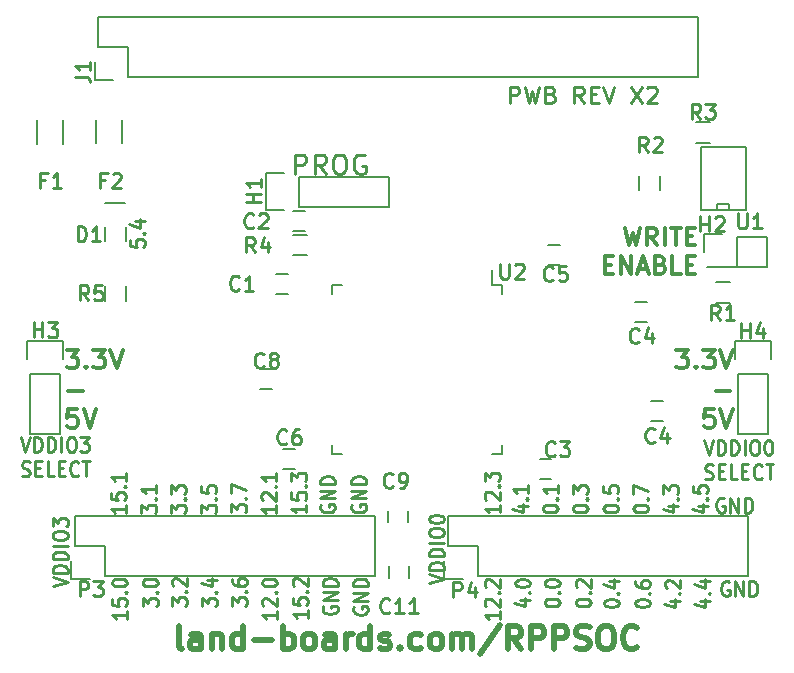
<source format=gbr>
G04 #@! TF.FileFunction,Legend,Top*
%FSLAX46Y46*%
G04 Gerber Fmt 4.6, Leading zero omitted, Abs format (unit mm)*
G04 Created by KiCad (PCBNEW 4.0.1-stable) date 5/21/2016 11:07:08 PM*
%MOMM*%
G01*
G04 APERTURE LIST*
%ADD10C,0.150000*%
%ADD11C,0.300000*%
%ADD12C,0.285750*%
%ADD13C,0.200000*%
%ADD14C,0.476250*%
%ADD15C,0.127000*%
%ADD16C,0.254000*%
G04 APERTURE END LIST*
D10*
D11*
X4417786Y-29120155D02*
X5400524Y-29120155D01*
X4871357Y-29724917D01*
X5098143Y-29724917D01*
X5249333Y-29800512D01*
X5324929Y-29876107D01*
X5400524Y-30027298D01*
X5400524Y-30405274D01*
X5324929Y-30556464D01*
X5249333Y-30632060D01*
X5098143Y-30707655D01*
X4644571Y-30707655D01*
X4493381Y-30632060D01*
X4417786Y-30556464D01*
X6080881Y-30556464D02*
X6156476Y-30632060D01*
X6080881Y-30707655D01*
X6005286Y-30632060D01*
X6080881Y-30556464D01*
X6080881Y-30707655D01*
X6685643Y-29120155D02*
X7668381Y-29120155D01*
X7139214Y-29724917D01*
X7366000Y-29724917D01*
X7517190Y-29800512D01*
X7592786Y-29876107D01*
X7668381Y-30027298D01*
X7668381Y-30405274D01*
X7592786Y-30556464D01*
X7517190Y-30632060D01*
X7366000Y-30707655D01*
X6912428Y-30707655D01*
X6761238Y-30632060D01*
X6685643Y-30556464D01*
X8121952Y-29120155D02*
X8651119Y-30707655D01*
X9180286Y-29120155D01*
X4568976Y-32625393D02*
X5778500Y-32625393D01*
X5324929Y-34165155D02*
X4568976Y-34165155D01*
X4493381Y-34921107D01*
X4568976Y-34845512D01*
X4720167Y-34769917D01*
X5098143Y-34769917D01*
X5249333Y-34845512D01*
X5324929Y-34921107D01*
X5400524Y-35072298D01*
X5400524Y-35450274D01*
X5324929Y-35601464D01*
X5249333Y-35677060D01*
X5098143Y-35752655D01*
X4720167Y-35752655D01*
X4568976Y-35677060D01*
X4493381Y-35601464D01*
X5854095Y-34165155D02*
X6383262Y-35752655D01*
X6912429Y-34165155D01*
D12*
X23761095Y-14259681D02*
X23761095Y-12608681D01*
X24390048Y-12608681D01*
X24547286Y-12687300D01*
X24625905Y-12765919D01*
X24704524Y-12923157D01*
X24704524Y-13159014D01*
X24625905Y-13316252D01*
X24547286Y-13394871D01*
X24390048Y-13473490D01*
X23761095Y-13473490D01*
X26355524Y-14259681D02*
X25805190Y-13473490D01*
X25412095Y-14259681D02*
X25412095Y-12608681D01*
X26041048Y-12608681D01*
X26198286Y-12687300D01*
X26276905Y-12765919D01*
X26355524Y-12923157D01*
X26355524Y-13159014D01*
X26276905Y-13316252D01*
X26198286Y-13394871D01*
X26041048Y-13473490D01*
X25412095Y-13473490D01*
X27377571Y-12608681D02*
X27692048Y-12608681D01*
X27849286Y-12687300D01*
X28006524Y-12844538D01*
X28085143Y-13159014D01*
X28085143Y-13709348D01*
X28006524Y-14023824D01*
X27849286Y-14181062D01*
X27692048Y-14259681D01*
X27377571Y-14259681D01*
X27220333Y-14181062D01*
X27063095Y-14023824D01*
X26984476Y-13709348D01*
X26984476Y-13159014D01*
X27063095Y-12844538D01*
X27220333Y-12687300D01*
X27377571Y-12608681D01*
X29657524Y-12687300D02*
X29500286Y-12608681D01*
X29264429Y-12608681D01*
X29028571Y-12687300D01*
X28871333Y-12844538D01*
X28792714Y-13001776D01*
X28714095Y-13316252D01*
X28714095Y-13552110D01*
X28792714Y-13866586D01*
X28871333Y-14023824D01*
X29028571Y-14181062D01*
X29264429Y-14259681D01*
X29421667Y-14259681D01*
X29657524Y-14181062D01*
X29736143Y-14102443D01*
X29736143Y-13552110D01*
X29421667Y-13552110D01*
X9780524Y-19828571D02*
X9780524Y-20372857D01*
X10385286Y-20427286D01*
X10324810Y-20372857D01*
X10264333Y-20264000D01*
X10264333Y-19991857D01*
X10324810Y-19883000D01*
X10385286Y-19828571D01*
X10506238Y-19774143D01*
X10808619Y-19774143D01*
X10929571Y-19828571D01*
X10990048Y-19883000D01*
X11050524Y-19991857D01*
X11050524Y-20264000D01*
X10990048Y-20372857D01*
X10929571Y-20427286D01*
X10929571Y-19284286D02*
X10990048Y-19229858D01*
X11050524Y-19284286D01*
X10990048Y-19338715D01*
X10929571Y-19284286D01*
X11050524Y-19284286D01*
X10203857Y-18250143D02*
X11050524Y-18250143D01*
X9720048Y-18522286D02*
X10627190Y-18794429D01*
X10627190Y-18086857D01*
D13*
X7682000Y-16708000D02*
X9333000Y-16708000D01*
D11*
X51697714Y-18806571D02*
X52054857Y-20306571D01*
X52340571Y-19235143D01*
X52626285Y-20306571D01*
X52983428Y-18806571D01*
X54412000Y-20306571D02*
X53912000Y-19592286D01*
X53554857Y-20306571D02*
X53554857Y-18806571D01*
X54126285Y-18806571D01*
X54269143Y-18878000D01*
X54340571Y-18949429D01*
X54412000Y-19092286D01*
X54412000Y-19306571D01*
X54340571Y-19449429D01*
X54269143Y-19520857D01*
X54126285Y-19592286D01*
X53554857Y-19592286D01*
X55054857Y-20306571D02*
X55054857Y-18806571D01*
X55554857Y-18806571D02*
X56412000Y-18806571D01*
X55983429Y-20306571D02*
X55983429Y-18806571D01*
X56912000Y-19520857D02*
X57412000Y-19520857D01*
X57626286Y-20306571D02*
X56912000Y-20306571D01*
X56912000Y-18806571D01*
X57626286Y-18806571D01*
X49983428Y-21920857D02*
X50483428Y-21920857D01*
X50697714Y-22706571D02*
X49983428Y-22706571D01*
X49983428Y-21206571D01*
X50697714Y-21206571D01*
X51340571Y-22706571D02*
X51340571Y-21206571D01*
X52197714Y-22706571D01*
X52197714Y-21206571D01*
X52840571Y-22278000D02*
X53554857Y-22278000D01*
X52697714Y-22706571D02*
X53197714Y-21206571D01*
X53697714Y-22706571D01*
X54697714Y-21920857D02*
X54912000Y-21992286D01*
X54983428Y-22063714D01*
X55054857Y-22206571D01*
X55054857Y-22420857D01*
X54983428Y-22563714D01*
X54912000Y-22635143D01*
X54769142Y-22706571D01*
X54197714Y-22706571D01*
X54197714Y-21206571D01*
X54697714Y-21206571D01*
X54840571Y-21278000D01*
X54912000Y-21349429D01*
X54983428Y-21492286D01*
X54983428Y-21635143D01*
X54912000Y-21778000D01*
X54840571Y-21849429D01*
X54697714Y-21920857D01*
X54197714Y-21920857D01*
X56412000Y-22706571D02*
X55697714Y-22706571D01*
X55697714Y-21206571D01*
X56912000Y-21920857D02*
X57412000Y-21920857D01*
X57626286Y-22706571D02*
X56912000Y-22706571D01*
X56912000Y-21206571D01*
X57626286Y-21206571D01*
D12*
X58387657Y-36773849D02*
X58768657Y-38043849D01*
X59149657Y-36773849D01*
X59530657Y-38043849D02*
X59530657Y-36773849D01*
X59802800Y-36773849D01*
X59966085Y-36834325D01*
X60074943Y-36955277D01*
X60129371Y-37076230D01*
X60183800Y-37318135D01*
X60183800Y-37499563D01*
X60129371Y-37741468D01*
X60074943Y-37862420D01*
X59966085Y-37983373D01*
X59802800Y-38043849D01*
X59530657Y-38043849D01*
X60673657Y-38043849D02*
X60673657Y-36773849D01*
X60945800Y-36773849D01*
X61109085Y-36834325D01*
X61217943Y-36955277D01*
X61272371Y-37076230D01*
X61326800Y-37318135D01*
X61326800Y-37499563D01*
X61272371Y-37741468D01*
X61217943Y-37862420D01*
X61109085Y-37983373D01*
X60945800Y-38043849D01*
X60673657Y-38043849D01*
X61816657Y-38043849D02*
X61816657Y-36773849D01*
X62578657Y-36773849D02*
X62796371Y-36773849D01*
X62905229Y-36834325D01*
X63014086Y-36955277D01*
X63068514Y-37197182D01*
X63068514Y-37620515D01*
X63014086Y-37862420D01*
X62905229Y-37983373D01*
X62796371Y-38043849D01*
X62578657Y-38043849D01*
X62469800Y-37983373D01*
X62360943Y-37862420D01*
X62306514Y-37620515D01*
X62306514Y-37197182D01*
X62360943Y-36955277D01*
X62469800Y-36834325D01*
X62578657Y-36773849D01*
X63776086Y-36773849D02*
X63884943Y-36773849D01*
X63993800Y-36834325D01*
X64048229Y-36894801D01*
X64102658Y-37015754D01*
X64157086Y-37257658D01*
X64157086Y-37560039D01*
X64102658Y-37801944D01*
X64048229Y-37922896D01*
X63993800Y-37983373D01*
X63884943Y-38043849D01*
X63776086Y-38043849D01*
X63667229Y-37983373D01*
X63612800Y-37922896D01*
X63558372Y-37801944D01*
X63503943Y-37560039D01*
X63503943Y-37257658D01*
X63558372Y-37015754D01*
X63612800Y-36894801D01*
X63667229Y-36834325D01*
X63776086Y-36773849D01*
X58496514Y-40047123D02*
X58659800Y-40107599D01*
X58931943Y-40107599D01*
X59040800Y-40047123D01*
X59095229Y-39986646D01*
X59149657Y-39865694D01*
X59149657Y-39744742D01*
X59095229Y-39623789D01*
X59040800Y-39563313D01*
X58931943Y-39502837D01*
X58714229Y-39442361D01*
X58605371Y-39381885D01*
X58550943Y-39321408D01*
X58496514Y-39200456D01*
X58496514Y-39079504D01*
X58550943Y-38958551D01*
X58605371Y-38898075D01*
X58714229Y-38837599D01*
X58986371Y-38837599D01*
X59149657Y-38898075D01*
X59639514Y-39442361D02*
X60020514Y-39442361D01*
X60183800Y-40107599D02*
X59639514Y-40107599D01*
X59639514Y-38837599D01*
X60183800Y-38837599D01*
X61217943Y-40107599D02*
X60673657Y-40107599D01*
X60673657Y-38837599D01*
X61598943Y-39442361D02*
X61979943Y-39442361D01*
X62143229Y-40107599D02*
X61598943Y-40107599D01*
X61598943Y-38837599D01*
X62143229Y-38837599D01*
X63286229Y-39986646D02*
X63231800Y-40047123D01*
X63068514Y-40107599D01*
X62959657Y-40107599D01*
X62796372Y-40047123D01*
X62687514Y-39926170D01*
X62633086Y-39805218D01*
X62578657Y-39563313D01*
X62578657Y-39381885D01*
X62633086Y-39139980D01*
X62687514Y-39019027D01*
X62796372Y-38898075D01*
X62959657Y-38837599D01*
X63068514Y-38837599D01*
X63231800Y-38898075D01*
X63286229Y-38958551D01*
X63612800Y-38837599D02*
X64265943Y-38837599D01*
X63939372Y-40107599D02*
X63939372Y-38837599D01*
D11*
X56046310Y-29120155D02*
X57029048Y-29120155D01*
X56499881Y-29724917D01*
X56726667Y-29724917D01*
X56877857Y-29800512D01*
X56953453Y-29876107D01*
X57029048Y-30027298D01*
X57029048Y-30405274D01*
X56953453Y-30556464D01*
X56877857Y-30632060D01*
X56726667Y-30707655D01*
X56273095Y-30707655D01*
X56121905Y-30632060D01*
X56046310Y-30556464D01*
X57709405Y-30556464D02*
X57785000Y-30632060D01*
X57709405Y-30707655D01*
X57633810Y-30632060D01*
X57709405Y-30556464D01*
X57709405Y-30707655D01*
X58314167Y-29120155D02*
X59296905Y-29120155D01*
X58767738Y-29724917D01*
X58994524Y-29724917D01*
X59145714Y-29800512D01*
X59221310Y-29876107D01*
X59296905Y-30027298D01*
X59296905Y-30405274D01*
X59221310Y-30556464D01*
X59145714Y-30632060D01*
X58994524Y-30707655D01*
X58540952Y-30707655D01*
X58389762Y-30632060D01*
X58314167Y-30556464D01*
X59750476Y-29120155D02*
X60279643Y-30707655D01*
X60808810Y-29120155D01*
X59372500Y-32625393D02*
X60582024Y-32625393D01*
X59221310Y-34165155D02*
X58465357Y-34165155D01*
X58389762Y-34921107D01*
X58465357Y-34845512D01*
X58616548Y-34769917D01*
X58994524Y-34769917D01*
X59145714Y-34845512D01*
X59221310Y-34921107D01*
X59296905Y-35072298D01*
X59296905Y-35450274D01*
X59221310Y-35601464D01*
X59145714Y-35677060D01*
X58994524Y-35752655D01*
X58616548Y-35752655D01*
X58465357Y-35677060D01*
X58389762Y-35601464D01*
X59750476Y-34165155D02*
X60279643Y-35752655D01*
X60808810Y-34165155D01*
D12*
X526457Y-36519849D02*
X907457Y-37789849D01*
X1288457Y-36519849D01*
X1669457Y-37789849D02*
X1669457Y-36519849D01*
X1941600Y-36519849D01*
X2104885Y-36580325D01*
X2213743Y-36701277D01*
X2268171Y-36822230D01*
X2322600Y-37064135D01*
X2322600Y-37245563D01*
X2268171Y-37487468D01*
X2213743Y-37608420D01*
X2104885Y-37729373D01*
X1941600Y-37789849D01*
X1669457Y-37789849D01*
X2812457Y-37789849D02*
X2812457Y-36519849D01*
X3084600Y-36519849D01*
X3247885Y-36580325D01*
X3356743Y-36701277D01*
X3411171Y-36822230D01*
X3465600Y-37064135D01*
X3465600Y-37245563D01*
X3411171Y-37487468D01*
X3356743Y-37608420D01*
X3247885Y-37729373D01*
X3084600Y-37789849D01*
X2812457Y-37789849D01*
X3955457Y-37789849D02*
X3955457Y-36519849D01*
X4717457Y-36519849D02*
X4935171Y-36519849D01*
X5044029Y-36580325D01*
X5152886Y-36701277D01*
X5207314Y-36943182D01*
X5207314Y-37366515D01*
X5152886Y-37608420D01*
X5044029Y-37729373D01*
X4935171Y-37789849D01*
X4717457Y-37789849D01*
X4608600Y-37729373D01*
X4499743Y-37608420D01*
X4445314Y-37366515D01*
X4445314Y-36943182D01*
X4499743Y-36701277D01*
X4608600Y-36580325D01*
X4717457Y-36519849D01*
X5588315Y-36519849D02*
X6295886Y-36519849D01*
X5914886Y-37003658D01*
X6078172Y-37003658D01*
X6187029Y-37064135D01*
X6241458Y-37124611D01*
X6295886Y-37245563D01*
X6295886Y-37547944D01*
X6241458Y-37668896D01*
X6187029Y-37729373D01*
X6078172Y-37789849D01*
X5751600Y-37789849D01*
X5642743Y-37729373D01*
X5588315Y-37668896D01*
X635314Y-39793123D02*
X798600Y-39853599D01*
X1070743Y-39853599D01*
X1179600Y-39793123D01*
X1234029Y-39732646D01*
X1288457Y-39611694D01*
X1288457Y-39490742D01*
X1234029Y-39369789D01*
X1179600Y-39309313D01*
X1070743Y-39248837D01*
X853029Y-39188361D01*
X744171Y-39127885D01*
X689743Y-39067408D01*
X635314Y-38946456D01*
X635314Y-38825504D01*
X689743Y-38704551D01*
X744171Y-38644075D01*
X853029Y-38583599D01*
X1125171Y-38583599D01*
X1288457Y-38644075D01*
X1778314Y-39188361D02*
X2159314Y-39188361D01*
X2322600Y-39853599D02*
X1778314Y-39853599D01*
X1778314Y-38583599D01*
X2322600Y-38583599D01*
X3356743Y-39853599D02*
X2812457Y-39853599D01*
X2812457Y-38583599D01*
X3737743Y-39188361D02*
X4118743Y-39188361D01*
X4282029Y-39853599D02*
X3737743Y-39853599D01*
X3737743Y-38583599D01*
X4282029Y-38583599D01*
X5425029Y-39732646D02*
X5370600Y-39793123D01*
X5207314Y-39853599D01*
X5098457Y-39853599D01*
X4935172Y-39793123D01*
X4826314Y-39672170D01*
X4771886Y-39551218D01*
X4717457Y-39309313D01*
X4717457Y-39127885D01*
X4771886Y-38885980D01*
X4826314Y-38765027D01*
X4935172Y-38644075D01*
X5098457Y-38583599D01*
X5207314Y-38583599D01*
X5370600Y-38644075D01*
X5425029Y-38704551D01*
X5751600Y-38583599D02*
X6404743Y-38583599D01*
X6078172Y-39853599D02*
X6078172Y-38583599D01*
X28738600Y-50918172D02*
X28678124Y-51027029D01*
X28678124Y-51190315D01*
X28738600Y-51353600D01*
X28859552Y-51462458D01*
X28980505Y-51516886D01*
X29222410Y-51571315D01*
X29403838Y-51571315D01*
X29645743Y-51516886D01*
X29766695Y-51462458D01*
X29887648Y-51353600D01*
X29948124Y-51190315D01*
X29948124Y-51081458D01*
X29887648Y-50918172D01*
X29827171Y-50863743D01*
X29403838Y-50863743D01*
X29403838Y-51081458D01*
X29948124Y-50373886D02*
X28678124Y-50373886D01*
X29948124Y-49720743D01*
X28678124Y-49720743D01*
X29948124Y-49176457D02*
X28678124Y-49176457D01*
X28678124Y-48904314D01*
X28738600Y-48741029D01*
X28859552Y-48632171D01*
X28980505Y-48577743D01*
X29222410Y-48523314D01*
X29403838Y-48523314D01*
X29645743Y-48577743D01*
X29766695Y-48632171D01*
X29887648Y-48741029D01*
X29948124Y-48904314D01*
X29948124Y-49176457D01*
X57854257Y-42362000D02*
X58700924Y-42362000D01*
X57370448Y-42634143D02*
X58277590Y-42906286D01*
X58277590Y-42198714D01*
X58579971Y-41763286D02*
X58640448Y-41708858D01*
X58700924Y-41763286D01*
X58640448Y-41817715D01*
X58579971Y-41763286D01*
X58700924Y-41763286D01*
X57430924Y-40674714D02*
X57430924Y-41219000D01*
X58035686Y-41273429D01*
X57975210Y-41219000D01*
X57914733Y-41110143D01*
X57914733Y-40838000D01*
X57975210Y-40729143D01*
X58035686Y-40674714D01*
X58156638Y-40620286D01*
X58459019Y-40620286D01*
X58579971Y-40674714D01*
X58640448Y-40729143D01*
X58700924Y-40838000D01*
X58700924Y-41110143D01*
X58640448Y-41219000D01*
X58579971Y-41273429D01*
X58057457Y-50366628D02*
X58904124Y-50366628D01*
X57573648Y-50638771D02*
X58480790Y-50910914D01*
X58480790Y-50203342D01*
X58783171Y-49767914D02*
X58843648Y-49713486D01*
X58904124Y-49767914D01*
X58843648Y-49822343D01*
X58783171Y-49767914D01*
X58904124Y-49767914D01*
X58057457Y-48733771D02*
X58904124Y-48733771D01*
X57573648Y-49005914D02*
X58480790Y-49278057D01*
X58480790Y-48570485D01*
X55365057Y-42362000D02*
X56211724Y-42362000D01*
X54881248Y-42634143D02*
X55788390Y-42906286D01*
X55788390Y-42198714D01*
X56090771Y-41763286D02*
X56151248Y-41708858D01*
X56211724Y-41763286D01*
X56151248Y-41817715D01*
X56090771Y-41763286D01*
X56211724Y-41763286D01*
X54941724Y-41327857D02*
X54941724Y-40620286D01*
X55425533Y-41001286D01*
X55425533Y-40838000D01*
X55486010Y-40729143D01*
X55546486Y-40674714D01*
X55667438Y-40620286D01*
X55969819Y-40620286D01*
X56090771Y-40674714D01*
X56151248Y-40729143D01*
X56211724Y-40838000D01*
X56211724Y-41164572D01*
X56151248Y-41273429D01*
X56090771Y-41327857D01*
X52401724Y-42634143D02*
X52401724Y-42525286D01*
X52462200Y-42416429D01*
X52522676Y-42362000D01*
X52643629Y-42307571D01*
X52885533Y-42253143D01*
X53187914Y-42253143D01*
X53429819Y-42307571D01*
X53550771Y-42362000D01*
X53611248Y-42416429D01*
X53671724Y-42525286D01*
X53671724Y-42634143D01*
X53611248Y-42743000D01*
X53550771Y-42797429D01*
X53429819Y-42851857D01*
X53187914Y-42906286D01*
X52885533Y-42906286D01*
X52643629Y-42851857D01*
X52522676Y-42797429D01*
X52462200Y-42743000D01*
X52401724Y-42634143D01*
X53550771Y-41763286D02*
X53611248Y-41708858D01*
X53671724Y-41763286D01*
X53611248Y-41817715D01*
X53550771Y-41763286D01*
X53671724Y-41763286D01*
X52401724Y-41327857D02*
X52401724Y-40565857D01*
X53671724Y-41055714D01*
X49861724Y-42634143D02*
X49861724Y-42525286D01*
X49922200Y-42416429D01*
X49982676Y-42362000D01*
X50103629Y-42307571D01*
X50345533Y-42253143D01*
X50647914Y-42253143D01*
X50889819Y-42307571D01*
X51010771Y-42362000D01*
X51071248Y-42416429D01*
X51131724Y-42525286D01*
X51131724Y-42634143D01*
X51071248Y-42743000D01*
X51010771Y-42797429D01*
X50889819Y-42851857D01*
X50647914Y-42906286D01*
X50345533Y-42906286D01*
X50103629Y-42851857D01*
X49982676Y-42797429D01*
X49922200Y-42743000D01*
X49861724Y-42634143D01*
X51010771Y-41763286D02*
X51071248Y-41708858D01*
X51131724Y-41763286D01*
X51071248Y-41817715D01*
X51010771Y-41763286D01*
X51131724Y-41763286D01*
X49861724Y-40674714D02*
X49861724Y-41219000D01*
X50466486Y-41273429D01*
X50406010Y-41219000D01*
X50345533Y-41110143D01*
X50345533Y-40838000D01*
X50406010Y-40729143D01*
X50466486Y-40674714D01*
X50587438Y-40620286D01*
X50889819Y-40620286D01*
X51010771Y-40674714D01*
X51071248Y-40729143D01*
X51131724Y-40838000D01*
X51131724Y-41110143D01*
X51071248Y-41219000D01*
X51010771Y-41273429D01*
X47270924Y-42634143D02*
X47270924Y-42525286D01*
X47331400Y-42416429D01*
X47391876Y-42362000D01*
X47512829Y-42307571D01*
X47754733Y-42253143D01*
X48057114Y-42253143D01*
X48299019Y-42307571D01*
X48419971Y-42362000D01*
X48480448Y-42416429D01*
X48540924Y-42525286D01*
X48540924Y-42634143D01*
X48480448Y-42743000D01*
X48419971Y-42797429D01*
X48299019Y-42851857D01*
X48057114Y-42906286D01*
X47754733Y-42906286D01*
X47512829Y-42851857D01*
X47391876Y-42797429D01*
X47331400Y-42743000D01*
X47270924Y-42634143D01*
X48419971Y-41763286D02*
X48480448Y-41708858D01*
X48540924Y-41763286D01*
X48480448Y-41817715D01*
X48419971Y-41763286D01*
X48540924Y-41763286D01*
X47270924Y-41327857D02*
X47270924Y-40620286D01*
X47754733Y-41001286D01*
X47754733Y-40838000D01*
X47815210Y-40729143D01*
X47875686Y-40674714D01*
X47996638Y-40620286D01*
X48299019Y-40620286D01*
X48419971Y-40674714D01*
X48480448Y-40729143D01*
X48540924Y-40838000D01*
X48540924Y-41164572D01*
X48480448Y-41273429D01*
X48419971Y-41327857D01*
X44730924Y-42634143D02*
X44730924Y-42525286D01*
X44791400Y-42416429D01*
X44851876Y-42362000D01*
X44972829Y-42307571D01*
X45214733Y-42253143D01*
X45517114Y-42253143D01*
X45759019Y-42307571D01*
X45879971Y-42362000D01*
X45940448Y-42416429D01*
X46000924Y-42525286D01*
X46000924Y-42634143D01*
X45940448Y-42743000D01*
X45879971Y-42797429D01*
X45759019Y-42851857D01*
X45517114Y-42906286D01*
X45214733Y-42906286D01*
X44972829Y-42851857D01*
X44851876Y-42797429D01*
X44791400Y-42743000D01*
X44730924Y-42634143D01*
X45879971Y-41763286D02*
X45940448Y-41708858D01*
X46000924Y-41763286D01*
X45940448Y-41817715D01*
X45879971Y-41763286D01*
X46000924Y-41763286D01*
X46000924Y-40620286D02*
X46000924Y-41273429D01*
X46000924Y-40946857D02*
X44730924Y-40946857D01*
X44912352Y-41055714D01*
X45033305Y-41164572D01*
X45093781Y-41273429D01*
X42614257Y-42362000D02*
X43460924Y-42362000D01*
X42130448Y-42634143D02*
X43037590Y-42906286D01*
X43037590Y-42198714D01*
X43339971Y-41763286D02*
X43400448Y-41708858D01*
X43460924Y-41763286D01*
X43400448Y-41817715D01*
X43339971Y-41763286D01*
X43460924Y-41763286D01*
X43460924Y-40620286D02*
X43460924Y-41273429D01*
X43460924Y-40946857D02*
X42190924Y-40946857D01*
X42372352Y-41055714D01*
X42493305Y-41164572D01*
X42553781Y-41273429D01*
X55517457Y-50366628D02*
X56364124Y-50366628D01*
X55033648Y-50638771D02*
X55940790Y-50910914D01*
X55940790Y-50203342D01*
X56243171Y-49767914D02*
X56303648Y-49713486D01*
X56364124Y-49767914D01*
X56303648Y-49822343D01*
X56243171Y-49767914D01*
X56364124Y-49767914D01*
X55215076Y-49278057D02*
X55154600Y-49223628D01*
X55094124Y-49114771D01*
X55094124Y-48842628D01*
X55154600Y-48733771D01*
X55215076Y-48679342D01*
X55336029Y-48624914D01*
X55456981Y-48624914D01*
X55638410Y-48679342D01*
X56364124Y-49332485D01*
X56364124Y-48624914D01*
X52554124Y-50638771D02*
X52554124Y-50529914D01*
X52614600Y-50421057D01*
X52675076Y-50366628D01*
X52796029Y-50312199D01*
X53037933Y-50257771D01*
X53340314Y-50257771D01*
X53582219Y-50312199D01*
X53703171Y-50366628D01*
X53763648Y-50421057D01*
X53824124Y-50529914D01*
X53824124Y-50638771D01*
X53763648Y-50747628D01*
X53703171Y-50802057D01*
X53582219Y-50856485D01*
X53340314Y-50910914D01*
X53037933Y-50910914D01*
X52796029Y-50856485D01*
X52675076Y-50802057D01*
X52614600Y-50747628D01*
X52554124Y-50638771D01*
X53703171Y-49767914D02*
X53763648Y-49713486D01*
X53824124Y-49767914D01*
X53763648Y-49822343D01*
X53703171Y-49767914D01*
X53824124Y-49767914D01*
X52554124Y-48733771D02*
X52554124Y-48951485D01*
X52614600Y-49060342D01*
X52675076Y-49114771D01*
X52856505Y-49223628D01*
X53098410Y-49278057D01*
X53582219Y-49278057D01*
X53703171Y-49223628D01*
X53763648Y-49169200D01*
X53824124Y-49060342D01*
X53824124Y-48842628D01*
X53763648Y-48733771D01*
X53703171Y-48679342D01*
X53582219Y-48624914D01*
X53279838Y-48624914D01*
X53158886Y-48679342D01*
X53098410Y-48733771D01*
X53037933Y-48842628D01*
X53037933Y-49060342D01*
X53098410Y-49169200D01*
X53158886Y-49223628D01*
X53279838Y-49278057D01*
X49912524Y-50638771D02*
X49912524Y-50529914D01*
X49973000Y-50421057D01*
X50033476Y-50366628D01*
X50154429Y-50312199D01*
X50396333Y-50257771D01*
X50698714Y-50257771D01*
X50940619Y-50312199D01*
X51061571Y-50366628D01*
X51122048Y-50421057D01*
X51182524Y-50529914D01*
X51182524Y-50638771D01*
X51122048Y-50747628D01*
X51061571Y-50802057D01*
X50940619Y-50856485D01*
X50698714Y-50910914D01*
X50396333Y-50910914D01*
X50154429Y-50856485D01*
X50033476Y-50802057D01*
X49973000Y-50747628D01*
X49912524Y-50638771D01*
X51061571Y-49767914D02*
X51122048Y-49713486D01*
X51182524Y-49767914D01*
X51122048Y-49822343D01*
X51061571Y-49767914D01*
X51182524Y-49767914D01*
X50335857Y-48733771D02*
X51182524Y-48733771D01*
X49852048Y-49005914D02*
X50759190Y-49278057D01*
X50759190Y-48570485D01*
X47524924Y-50587971D02*
X47524924Y-50479114D01*
X47585400Y-50370257D01*
X47645876Y-50315828D01*
X47766829Y-50261399D01*
X48008733Y-50206971D01*
X48311114Y-50206971D01*
X48553019Y-50261399D01*
X48673971Y-50315828D01*
X48734448Y-50370257D01*
X48794924Y-50479114D01*
X48794924Y-50587971D01*
X48734448Y-50696828D01*
X48673971Y-50751257D01*
X48553019Y-50805685D01*
X48311114Y-50860114D01*
X48008733Y-50860114D01*
X47766829Y-50805685D01*
X47645876Y-50751257D01*
X47585400Y-50696828D01*
X47524924Y-50587971D01*
X48673971Y-49717114D02*
X48734448Y-49662686D01*
X48794924Y-49717114D01*
X48734448Y-49771543D01*
X48673971Y-49717114D01*
X48794924Y-49717114D01*
X47645876Y-49227257D02*
X47585400Y-49172828D01*
X47524924Y-49063971D01*
X47524924Y-48791828D01*
X47585400Y-48682971D01*
X47645876Y-48628542D01*
X47766829Y-48574114D01*
X47887781Y-48574114D01*
X48069210Y-48628542D01*
X48794924Y-49281685D01*
X48794924Y-48574114D01*
X44883324Y-50587971D02*
X44883324Y-50479114D01*
X44943800Y-50370257D01*
X45004276Y-50315828D01*
X45125229Y-50261399D01*
X45367133Y-50206971D01*
X45669514Y-50206971D01*
X45911419Y-50261399D01*
X46032371Y-50315828D01*
X46092848Y-50370257D01*
X46153324Y-50479114D01*
X46153324Y-50587971D01*
X46092848Y-50696828D01*
X46032371Y-50751257D01*
X45911419Y-50805685D01*
X45669514Y-50860114D01*
X45367133Y-50860114D01*
X45125229Y-50805685D01*
X45004276Y-50751257D01*
X44943800Y-50696828D01*
X44883324Y-50587971D01*
X46032371Y-49717114D02*
X46092848Y-49662686D01*
X46153324Y-49717114D01*
X46092848Y-49771543D01*
X46032371Y-49717114D01*
X46153324Y-49717114D01*
X44883324Y-48955114D02*
X44883324Y-48846257D01*
X44943800Y-48737400D01*
X45004276Y-48682971D01*
X45125229Y-48628542D01*
X45367133Y-48574114D01*
X45669514Y-48574114D01*
X45911419Y-48628542D01*
X46032371Y-48682971D01*
X46092848Y-48737400D01*
X46153324Y-48846257D01*
X46153324Y-48955114D01*
X46092848Y-49063971D01*
X46032371Y-49118400D01*
X45911419Y-49172828D01*
X45669514Y-49227257D01*
X45367133Y-49227257D01*
X45125229Y-49172828D01*
X45004276Y-49118400D01*
X44943800Y-49063971D01*
X44883324Y-48955114D01*
X42817457Y-50315828D02*
X43664124Y-50315828D01*
X42333648Y-50587971D02*
X43240790Y-50860114D01*
X43240790Y-50152542D01*
X43543171Y-49717114D02*
X43603648Y-49662686D01*
X43664124Y-49717114D01*
X43603648Y-49771543D01*
X43543171Y-49717114D01*
X43664124Y-49717114D01*
X42394124Y-48955114D02*
X42394124Y-48846257D01*
X42454600Y-48737400D01*
X42515076Y-48682971D01*
X42636029Y-48628542D01*
X42877933Y-48574114D01*
X43180314Y-48574114D01*
X43422219Y-48628542D01*
X43543171Y-48682971D01*
X43603648Y-48737400D01*
X43664124Y-48846257D01*
X43664124Y-48955114D01*
X43603648Y-49063971D01*
X43543171Y-49118400D01*
X43422219Y-49172828D01*
X43180314Y-49227257D01*
X42877933Y-49227257D01*
X42636029Y-49172828D01*
X42515076Y-49118400D01*
X42454600Y-49063971D01*
X42394124Y-48955114D01*
X41073324Y-42253143D02*
X41073324Y-42906286D01*
X41073324Y-42579714D02*
X39803324Y-42579714D01*
X39984752Y-42688571D01*
X40105705Y-42797429D01*
X40166181Y-42906286D01*
X39924276Y-41817715D02*
X39863800Y-41763286D01*
X39803324Y-41654429D01*
X39803324Y-41382286D01*
X39863800Y-41273429D01*
X39924276Y-41219000D01*
X40045229Y-41164572D01*
X40166181Y-41164572D01*
X40347610Y-41219000D01*
X41073324Y-41872143D01*
X41073324Y-41164572D01*
X40952371Y-40674715D02*
X41012848Y-40620287D01*
X41073324Y-40674715D01*
X41012848Y-40729144D01*
X40952371Y-40674715D01*
X41073324Y-40674715D01*
X39803324Y-40239286D02*
X39803324Y-39531715D01*
X40287133Y-39912715D01*
X40287133Y-39749429D01*
X40347610Y-39640572D01*
X40408086Y-39586143D01*
X40529038Y-39531715D01*
X40831419Y-39531715D01*
X40952371Y-39586143D01*
X41012848Y-39640572D01*
X41073324Y-39749429D01*
X41073324Y-40076001D01*
X41012848Y-40184858D01*
X40952371Y-40239286D01*
X41073324Y-51295542D02*
X41073324Y-51948685D01*
X41073324Y-51622113D02*
X39803324Y-51622113D01*
X39984752Y-51730970D01*
X40105705Y-51839828D01*
X40166181Y-51948685D01*
X39924276Y-50860114D02*
X39863800Y-50805685D01*
X39803324Y-50696828D01*
X39803324Y-50424685D01*
X39863800Y-50315828D01*
X39924276Y-50261399D01*
X40045229Y-50206971D01*
X40166181Y-50206971D01*
X40347610Y-50261399D01*
X41073324Y-50914542D01*
X41073324Y-50206971D01*
X40952371Y-49717114D02*
X41012848Y-49662686D01*
X41073324Y-49717114D01*
X41012848Y-49771543D01*
X40952371Y-49717114D01*
X41073324Y-49717114D01*
X39924276Y-49227257D02*
X39863800Y-49172828D01*
X39803324Y-49063971D01*
X39803324Y-48791828D01*
X39863800Y-48682971D01*
X39924276Y-48628542D01*
X40045229Y-48574114D01*
X40166181Y-48574114D01*
X40347610Y-48628542D01*
X41073324Y-49281685D01*
X41073324Y-48574114D01*
X60492228Y-48788200D02*
X60383371Y-48727724D01*
X60220085Y-48727724D01*
X60056800Y-48788200D01*
X59947942Y-48909152D01*
X59893514Y-49030105D01*
X59839085Y-49272010D01*
X59839085Y-49453438D01*
X59893514Y-49695343D01*
X59947942Y-49816295D01*
X60056800Y-49937248D01*
X60220085Y-49997724D01*
X60328942Y-49997724D01*
X60492228Y-49937248D01*
X60546657Y-49876771D01*
X60546657Y-49453438D01*
X60328942Y-49453438D01*
X61036514Y-49997724D02*
X61036514Y-48727724D01*
X61689657Y-49997724D01*
X61689657Y-48727724D01*
X62233943Y-49997724D02*
X62233943Y-48727724D01*
X62506086Y-48727724D01*
X62669371Y-48788200D01*
X62778229Y-48909152D01*
X62832657Y-49030105D01*
X62887086Y-49272010D01*
X62887086Y-49453438D01*
X62832657Y-49695343D01*
X62778229Y-49816295D01*
X62669371Y-49937248D01*
X62506086Y-49997724D01*
X62233943Y-49997724D01*
X35118524Y-48913143D02*
X36388524Y-48532143D01*
X35118524Y-48151143D01*
X36388524Y-47770143D02*
X35118524Y-47770143D01*
X35118524Y-47498000D01*
X35179000Y-47334715D01*
X35299952Y-47225857D01*
X35420905Y-47171429D01*
X35662810Y-47117000D01*
X35844238Y-47117000D01*
X36086143Y-47171429D01*
X36207095Y-47225857D01*
X36328048Y-47334715D01*
X36388524Y-47498000D01*
X36388524Y-47770143D01*
X36388524Y-46627143D02*
X35118524Y-46627143D01*
X35118524Y-46355000D01*
X35179000Y-46191715D01*
X35299952Y-46082857D01*
X35420905Y-46028429D01*
X35662810Y-45974000D01*
X35844238Y-45974000D01*
X36086143Y-46028429D01*
X36207095Y-46082857D01*
X36328048Y-46191715D01*
X36388524Y-46355000D01*
X36388524Y-46627143D01*
X36388524Y-45484143D02*
X35118524Y-45484143D01*
X35118524Y-44722143D02*
X35118524Y-44504429D01*
X35179000Y-44395571D01*
X35299952Y-44286714D01*
X35541857Y-44232286D01*
X35965190Y-44232286D01*
X36207095Y-44286714D01*
X36328048Y-44395571D01*
X36388524Y-44504429D01*
X36388524Y-44722143D01*
X36328048Y-44831000D01*
X36207095Y-44939857D01*
X35965190Y-44994286D01*
X35541857Y-44994286D01*
X35299952Y-44939857D01*
X35179000Y-44831000D01*
X35118524Y-44722143D01*
X35118524Y-43524714D02*
X35118524Y-43415857D01*
X35179000Y-43307000D01*
X35239476Y-43252571D01*
X35360429Y-43198142D01*
X35602333Y-43143714D01*
X35904714Y-43143714D01*
X36146619Y-43198142D01*
X36267571Y-43252571D01*
X36328048Y-43307000D01*
X36388524Y-43415857D01*
X36388524Y-43524714D01*
X36328048Y-43633571D01*
X36267571Y-43688000D01*
X36146619Y-43742428D01*
X35904714Y-43796857D01*
X35602333Y-43796857D01*
X35360429Y-43742428D01*
X35239476Y-43688000D01*
X35179000Y-43633571D01*
X35118524Y-43524714D01*
X28586200Y-42253143D02*
X28525724Y-42362000D01*
X28525724Y-42525286D01*
X28586200Y-42688571D01*
X28707152Y-42797429D01*
X28828105Y-42851857D01*
X29070010Y-42906286D01*
X29251438Y-42906286D01*
X29493343Y-42851857D01*
X29614295Y-42797429D01*
X29735248Y-42688571D01*
X29795724Y-42525286D01*
X29795724Y-42416429D01*
X29735248Y-42253143D01*
X29674771Y-42198714D01*
X29251438Y-42198714D01*
X29251438Y-42416429D01*
X29795724Y-41708857D02*
X28525724Y-41708857D01*
X29795724Y-41055714D01*
X28525724Y-41055714D01*
X29795724Y-40511428D02*
X28525724Y-40511428D01*
X28525724Y-40239285D01*
X28586200Y-40076000D01*
X28707152Y-39967142D01*
X28828105Y-39912714D01*
X29070010Y-39858285D01*
X29251438Y-39858285D01*
X29493343Y-39912714D01*
X29614295Y-39967142D01*
X29735248Y-40076000D01*
X29795724Y-40239285D01*
X29795724Y-40511428D01*
X25944600Y-42253143D02*
X25884124Y-42362000D01*
X25884124Y-42525286D01*
X25944600Y-42688571D01*
X26065552Y-42797429D01*
X26186505Y-42851857D01*
X26428410Y-42906286D01*
X26609838Y-42906286D01*
X26851743Y-42851857D01*
X26972695Y-42797429D01*
X27093648Y-42688571D01*
X27154124Y-42525286D01*
X27154124Y-42416429D01*
X27093648Y-42253143D01*
X27033171Y-42198714D01*
X26609838Y-42198714D01*
X26609838Y-42416429D01*
X27154124Y-41708857D02*
X25884124Y-41708857D01*
X27154124Y-41055714D01*
X25884124Y-41055714D01*
X27154124Y-40511428D02*
X25884124Y-40511428D01*
X25884124Y-40239285D01*
X25944600Y-40076000D01*
X26065552Y-39967142D01*
X26186505Y-39912714D01*
X26428410Y-39858285D01*
X26609838Y-39858285D01*
X26851743Y-39912714D01*
X26972695Y-39967142D01*
X27093648Y-40076000D01*
X27154124Y-40239285D01*
X27154124Y-40511428D01*
X24715724Y-42253143D02*
X24715724Y-42906286D01*
X24715724Y-42579714D02*
X23445724Y-42579714D01*
X23627152Y-42688571D01*
X23748105Y-42797429D01*
X23808581Y-42906286D01*
X23445724Y-41219000D02*
X23445724Y-41763286D01*
X24050486Y-41817715D01*
X23990010Y-41763286D01*
X23929533Y-41654429D01*
X23929533Y-41382286D01*
X23990010Y-41273429D01*
X24050486Y-41219000D01*
X24171438Y-41164572D01*
X24473819Y-41164572D01*
X24594771Y-41219000D01*
X24655248Y-41273429D01*
X24715724Y-41382286D01*
X24715724Y-41654429D01*
X24655248Y-41763286D01*
X24594771Y-41817715D01*
X24594771Y-40674715D02*
X24655248Y-40620287D01*
X24715724Y-40674715D01*
X24655248Y-40729144D01*
X24594771Y-40674715D01*
X24715724Y-40674715D01*
X23445724Y-40239286D02*
X23445724Y-39531715D01*
X23929533Y-39912715D01*
X23929533Y-39749429D01*
X23990010Y-39640572D01*
X24050486Y-39586143D01*
X24171438Y-39531715D01*
X24473819Y-39531715D01*
X24594771Y-39586143D01*
X24655248Y-39640572D01*
X24715724Y-39749429D01*
X24715724Y-40076001D01*
X24655248Y-40184858D01*
X24594771Y-40239286D01*
X22175724Y-42303943D02*
X22175724Y-42957086D01*
X22175724Y-42630514D02*
X20905724Y-42630514D01*
X21087152Y-42739371D01*
X21208105Y-42848229D01*
X21268581Y-42957086D01*
X21026676Y-41868515D02*
X20966200Y-41814086D01*
X20905724Y-41705229D01*
X20905724Y-41433086D01*
X20966200Y-41324229D01*
X21026676Y-41269800D01*
X21147629Y-41215372D01*
X21268581Y-41215372D01*
X21450010Y-41269800D01*
X22175724Y-41922943D01*
X22175724Y-41215372D01*
X22054771Y-40725515D02*
X22115248Y-40671087D01*
X22175724Y-40725515D01*
X22115248Y-40779944D01*
X22054771Y-40725515D01*
X22175724Y-40725515D01*
X22175724Y-39582515D02*
X22175724Y-40235658D01*
X22175724Y-39909086D02*
X20905724Y-39909086D01*
X21087152Y-40017943D01*
X21208105Y-40126801D01*
X21268581Y-40235658D01*
X18365724Y-42909914D02*
X18365724Y-42202343D01*
X18849533Y-42583343D01*
X18849533Y-42420057D01*
X18910010Y-42311200D01*
X18970486Y-42256771D01*
X19091438Y-42202343D01*
X19393819Y-42202343D01*
X19514771Y-42256771D01*
X19575248Y-42311200D01*
X19635724Y-42420057D01*
X19635724Y-42746629D01*
X19575248Y-42855486D01*
X19514771Y-42909914D01*
X19514771Y-41712486D02*
X19575248Y-41658058D01*
X19635724Y-41712486D01*
X19575248Y-41766915D01*
X19514771Y-41712486D01*
X19635724Y-41712486D01*
X18365724Y-41277057D02*
X18365724Y-40515057D01*
X19635724Y-41004914D01*
X15825724Y-42960714D02*
X15825724Y-42253143D01*
X16309533Y-42634143D01*
X16309533Y-42470857D01*
X16370010Y-42362000D01*
X16430486Y-42307571D01*
X16551438Y-42253143D01*
X16853819Y-42253143D01*
X16974771Y-42307571D01*
X17035248Y-42362000D01*
X17095724Y-42470857D01*
X17095724Y-42797429D01*
X17035248Y-42906286D01*
X16974771Y-42960714D01*
X16974771Y-41763286D02*
X17035248Y-41708858D01*
X17095724Y-41763286D01*
X17035248Y-41817715D01*
X16974771Y-41763286D01*
X17095724Y-41763286D01*
X15825724Y-40674714D02*
X15825724Y-41219000D01*
X16430486Y-41273429D01*
X16370010Y-41219000D01*
X16309533Y-41110143D01*
X16309533Y-40838000D01*
X16370010Y-40729143D01*
X16430486Y-40674714D01*
X16551438Y-40620286D01*
X16853819Y-40620286D01*
X16974771Y-40674714D01*
X17035248Y-40729143D01*
X17095724Y-40838000D01*
X17095724Y-41110143D01*
X17035248Y-41219000D01*
X16974771Y-41273429D01*
X13234924Y-42960714D02*
X13234924Y-42253143D01*
X13718733Y-42634143D01*
X13718733Y-42470857D01*
X13779210Y-42362000D01*
X13839686Y-42307571D01*
X13960638Y-42253143D01*
X14263019Y-42253143D01*
X14383971Y-42307571D01*
X14444448Y-42362000D01*
X14504924Y-42470857D01*
X14504924Y-42797429D01*
X14444448Y-42906286D01*
X14383971Y-42960714D01*
X14383971Y-41763286D02*
X14444448Y-41708858D01*
X14504924Y-41763286D01*
X14444448Y-41817715D01*
X14383971Y-41763286D01*
X14504924Y-41763286D01*
X13234924Y-41327857D02*
X13234924Y-40620286D01*
X13718733Y-41001286D01*
X13718733Y-40838000D01*
X13779210Y-40729143D01*
X13839686Y-40674714D01*
X13960638Y-40620286D01*
X14263019Y-40620286D01*
X14383971Y-40674714D01*
X14444448Y-40729143D01*
X14504924Y-40838000D01*
X14504924Y-41164572D01*
X14444448Y-41273429D01*
X14383971Y-41327857D01*
X60085828Y-41727000D02*
X59976971Y-41666524D01*
X59813685Y-41666524D01*
X59650400Y-41727000D01*
X59541542Y-41847952D01*
X59487114Y-41968905D01*
X59432685Y-42210810D01*
X59432685Y-42392238D01*
X59487114Y-42634143D01*
X59541542Y-42755095D01*
X59650400Y-42876048D01*
X59813685Y-42936524D01*
X59922542Y-42936524D01*
X60085828Y-42876048D01*
X60140257Y-42815571D01*
X60140257Y-42392238D01*
X59922542Y-42392238D01*
X60630114Y-42936524D02*
X60630114Y-41666524D01*
X61283257Y-42936524D01*
X61283257Y-41666524D01*
X61827543Y-42936524D02*
X61827543Y-41666524D01*
X62099686Y-41666524D01*
X62262971Y-41727000D01*
X62371829Y-41847952D01*
X62426257Y-41968905D01*
X62480686Y-42210810D01*
X62480686Y-42392238D01*
X62426257Y-42634143D01*
X62371829Y-42755095D01*
X62262971Y-42876048D01*
X62099686Y-42936524D01*
X61827543Y-42936524D01*
X3227324Y-49161943D02*
X4497324Y-48780943D01*
X3227324Y-48399943D01*
X4497324Y-48018943D02*
X3227324Y-48018943D01*
X3227324Y-47746800D01*
X3287800Y-47583515D01*
X3408752Y-47474657D01*
X3529705Y-47420229D01*
X3771610Y-47365800D01*
X3953038Y-47365800D01*
X4194943Y-47420229D01*
X4315895Y-47474657D01*
X4436848Y-47583515D01*
X4497324Y-47746800D01*
X4497324Y-48018943D01*
X4497324Y-46875943D02*
X3227324Y-46875943D01*
X3227324Y-46603800D01*
X3287800Y-46440515D01*
X3408752Y-46331657D01*
X3529705Y-46277229D01*
X3771610Y-46222800D01*
X3953038Y-46222800D01*
X4194943Y-46277229D01*
X4315895Y-46331657D01*
X4436848Y-46440515D01*
X4497324Y-46603800D01*
X4497324Y-46875943D01*
X4497324Y-45732943D02*
X3227324Y-45732943D01*
X3227324Y-44970943D02*
X3227324Y-44753229D01*
X3287800Y-44644371D01*
X3408752Y-44535514D01*
X3650657Y-44481086D01*
X4073990Y-44481086D01*
X4315895Y-44535514D01*
X4436848Y-44644371D01*
X4497324Y-44753229D01*
X4497324Y-44970943D01*
X4436848Y-45079800D01*
X4315895Y-45188657D01*
X4073990Y-45243086D01*
X3650657Y-45243086D01*
X3408752Y-45188657D01*
X3287800Y-45079800D01*
X3227324Y-44970943D01*
X3227324Y-44100085D02*
X3227324Y-43392514D01*
X3711133Y-43773514D01*
X3711133Y-43610228D01*
X3771610Y-43501371D01*
X3832086Y-43446942D01*
X3953038Y-43392514D01*
X4255419Y-43392514D01*
X4376371Y-43446942D01*
X4436848Y-43501371D01*
X4497324Y-43610228D01*
X4497324Y-43936800D01*
X4436848Y-44045657D01*
X4376371Y-44100085D01*
X26147800Y-50867372D02*
X26087324Y-50976229D01*
X26087324Y-51139515D01*
X26147800Y-51302800D01*
X26268752Y-51411658D01*
X26389705Y-51466086D01*
X26631610Y-51520515D01*
X26813038Y-51520515D01*
X27054943Y-51466086D01*
X27175895Y-51411658D01*
X27296848Y-51302800D01*
X27357324Y-51139515D01*
X27357324Y-51030658D01*
X27296848Y-50867372D01*
X27236371Y-50812943D01*
X26813038Y-50812943D01*
X26813038Y-51030658D01*
X27357324Y-50323086D02*
X26087324Y-50323086D01*
X27357324Y-49669943D01*
X26087324Y-49669943D01*
X27357324Y-49125657D02*
X26087324Y-49125657D01*
X26087324Y-48853514D01*
X26147800Y-48690229D01*
X26268752Y-48581371D01*
X26389705Y-48526943D01*
X26631610Y-48472514D01*
X26813038Y-48472514D01*
X27054943Y-48526943D01*
X27175895Y-48581371D01*
X27296848Y-48690229D01*
X27357324Y-48853514D01*
X27357324Y-49125657D01*
X24817324Y-51193942D02*
X24817324Y-51847085D01*
X24817324Y-51520513D02*
X23547324Y-51520513D01*
X23728752Y-51629370D01*
X23849705Y-51738228D01*
X23910181Y-51847085D01*
X23547324Y-50159799D02*
X23547324Y-50704085D01*
X24152086Y-50758514D01*
X24091610Y-50704085D01*
X24031133Y-50595228D01*
X24031133Y-50323085D01*
X24091610Y-50214228D01*
X24152086Y-50159799D01*
X24273038Y-50105371D01*
X24575419Y-50105371D01*
X24696371Y-50159799D01*
X24756848Y-50214228D01*
X24817324Y-50323085D01*
X24817324Y-50595228D01*
X24756848Y-50704085D01*
X24696371Y-50758514D01*
X24696371Y-49615514D02*
X24756848Y-49561086D01*
X24817324Y-49615514D01*
X24756848Y-49669943D01*
X24696371Y-49615514D01*
X24817324Y-49615514D01*
X23668276Y-49125657D02*
X23607800Y-49071228D01*
X23547324Y-48962371D01*
X23547324Y-48690228D01*
X23607800Y-48581371D01*
X23668276Y-48526942D01*
X23789229Y-48472514D01*
X23910181Y-48472514D01*
X24091610Y-48526942D01*
X24817324Y-49180085D01*
X24817324Y-48472514D01*
X22226524Y-51244742D02*
X22226524Y-51897885D01*
X22226524Y-51571313D02*
X20956524Y-51571313D01*
X21137952Y-51680170D01*
X21258905Y-51789028D01*
X21319381Y-51897885D01*
X21077476Y-50809314D02*
X21017000Y-50754885D01*
X20956524Y-50646028D01*
X20956524Y-50373885D01*
X21017000Y-50265028D01*
X21077476Y-50210599D01*
X21198429Y-50156171D01*
X21319381Y-50156171D01*
X21500810Y-50210599D01*
X22226524Y-50863742D01*
X22226524Y-50156171D01*
X22105571Y-49666314D02*
X22166048Y-49611886D01*
X22226524Y-49666314D01*
X22166048Y-49720743D01*
X22105571Y-49666314D01*
X22226524Y-49666314D01*
X20956524Y-48904314D02*
X20956524Y-48795457D01*
X21017000Y-48686600D01*
X21077476Y-48632171D01*
X21198429Y-48577742D01*
X21440333Y-48523314D01*
X21742714Y-48523314D01*
X21984619Y-48577742D01*
X22105571Y-48632171D01*
X22166048Y-48686600D01*
X22226524Y-48795457D01*
X22226524Y-48904314D01*
X22166048Y-49013171D01*
X22105571Y-49067600D01*
X21984619Y-49122028D01*
X21742714Y-49176457D01*
X21440333Y-49176457D01*
X21198429Y-49122028D01*
X21077476Y-49067600D01*
X21017000Y-49013171D01*
X20956524Y-48904314D01*
X18416524Y-50812942D02*
X18416524Y-50105371D01*
X18900333Y-50486371D01*
X18900333Y-50323085D01*
X18960810Y-50214228D01*
X19021286Y-50159799D01*
X19142238Y-50105371D01*
X19444619Y-50105371D01*
X19565571Y-50159799D01*
X19626048Y-50214228D01*
X19686524Y-50323085D01*
X19686524Y-50649657D01*
X19626048Y-50758514D01*
X19565571Y-50812942D01*
X19565571Y-49615514D02*
X19626048Y-49561086D01*
X19686524Y-49615514D01*
X19626048Y-49669943D01*
X19565571Y-49615514D01*
X19686524Y-49615514D01*
X18416524Y-48581371D02*
X18416524Y-48799085D01*
X18477000Y-48907942D01*
X18537476Y-48962371D01*
X18718905Y-49071228D01*
X18960810Y-49125657D01*
X19444619Y-49125657D01*
X19565571Y-49071228D01*
X19626048Y-49016800D01*
X19686524Y-48907942D01*
X19686524Y-48690228D01*
X19626048Y-48581371D01*
X19565571Y-48526942D01*
X19444619Y-48472514D01*
X19142238Y-48472514D01*
X19021286Y-48526942D01*
X18960810Y-48581371D01*
X18900333Y-48690228D01*
X18900333Y-48907942D01*
X18960810Y-49016800D01*
X19021286Y-49071228D01*
X19142238Y-49125657D01*
X15876524Y-50863742D02*
X15876524Y-50156171D01*
X16360333Y-50537171D01*
X16360333Y-50373885D01*
X16420810Y-50265028D01*
X16481286Y-50210599D01*
X16602238Y-50156171D01*
X16904619Y-50156171D01*
X17025571Y-50210599D01*
X17086048Y-50265028D01*
X17146524Y-50373885D01*
X17146524Y-50700457D01*
X17086048Y-50809314D01*
X17025571Y-50863742D01*
X17025571Y-49666314D02*
X17086048Y-49611886D01*
X17146524Y-49666314D01*
X17086048Y-49720743D01*
X17025571Y-49666314D01*
X17146524Y-49666314D01*
X16299857Y-48632171D02*
X17146524Y-48632171D01*
X15816048Y-48904314D02*
X16723190Y-49176457D01*
X16723190Y-48468885D01*
X13336524Y-50812942D02*
X13336524Y-50105371D01*
X13820333Y-50486371D01*
X13820333Y-50323085D01*
X13880810Y-50214228D01*
X13941286Y-50159799D01*
X14062238Y-50105371D01*
X14364619Y-50105371D01*
X14485571Y-50159799D01*
X14546048Y-50214228D01*
X14606524Y-50323085D01*
X14606524Y-50649657D01*
X14546048Y-50758514D01*
X14485571Y-50812942D01*
X14485571Y-49615514D02*
X14546048Y-49561086D01*
X14606524Y-49615514D01*
X14546048Y-49669943D01*
X14485571Y-49615514D01*
X14606524Y-49615514D01*
X13457476Y-49125657D02*
X13397000Y-49071228D01*
X13336524Y-48962371D01*
X13336524Y-48690228D01*
X13397000Y-48581371D01*
X13457476Y-48526942D01*
X13578429Y-48472514D01*
X13699381Y-48472514D01*
X13880810Y-48526942D01*
X14606524Y-49180085D01*
X14606524Y-48472514D01*
X10745724Y-42960714D02*
X10745724Y-42253143D01*
X11229533Y-42634143D01*
X11229533Y-42470857D01*
X11290010Y-42362000D01*
X11350486Y-42307571D01*
X11471438Y-42253143D01*
X11773819Y-42253143D01*
X11894771Y-42307571D01*
X11955248Y-42362000D01*
X12015724Y-42470857D01*
X12015724Y-42797429D01*
X11955248Y-42906286D01*
X11894771Y-42960714D01*
X11894771Y-41763286D02*
X11955248Y-41708858D01*
X12015724Y-41763286D01*
X11955248Y-41817715D01*
X11894771Y-41763286D01*
X12015724Y-41763286D01*
X12015724Y-40620286D02*
X12015724Y-41273429D01*
X12015724Y-40946857D02*
X10745724Y-40946857D01*
X10927152Y-41055714D01*
X11048105Y-41164572D01*
X11108581Y-41273429D01*
X10847324Y-50863742D02*
X10847324Y-50156171D01*
X11331133Y-50537171D01*
X11331133Y-50373885D01*
X11391610Y-50265028D01*
X11452086Y-50210599D01*
X11573038Y-50156171D01*
X11875419Y-50156171D01*
X11996371Y-50210599D01*
X12056848Y-50265028D01*
X12117324Y-50373885D01*
X12117324Y-50700457D01*
X12056848Y-50809314D01*
X11996371Y-50863742D01*
X11996371Y-49666314D02*
X12056848Y-49611886D01*
X12117324Y-49666314D01*
X12056848Y-49720743D01*
X11996371Y-49666314D01*
X12117324Y-49666314D01*
X10847324Y-48904314D02*
X10847324Y-48795457D01*
X10907800Y-48686600D01*
X10968276Y-48632171D01*
X11089229Y-48577742D01*
X11331133Y-48523314D01*
X11633514Y-48523314D01*
X11875419Y-48577742D01*
X11996371Y-48632171D01*
X12056848Y-48686600D01*
X12117324Y-48795457D01*
X12117324Y-48904314D01*
X12056848Y-49013171D01*
X11996371Y-49067600D01*
X11875419Y-49122028D01*
X11633514Y-49176457D01*
X11331133Y-49176457D01*
X11089229Y-49122028D01*
X10968276Y-49067600D01*
X10907800Y-49013171D01*
X10847324Y-48904314D01*
X9424924Y-42303943D02*
X9424924Y-42957086D01*
X9424924Y-42630514D02*
X8154924Y-42630514D01*
X8336352Y-42739371D01*
X8457305Y-42848229D01*
X8517781Y-42957086D01*
X8154924Y-41269800D02*
X8154924Y-41814086D01*
X8759686Y-41868515D01*
X8699210Y-41814086D01*
X8638733Y-41705229D01*
X8638733Y-41433086D01*
X8699210Y-41324229D01*
X8759686Y-41269800D01*
X8880638Y-41215372D01*
X9183019Y-41215372D01*
X9303971Y-41269800D01*
X9364448Y-41324229D01*
X9424924Y-41433086D01*
X9424924Y-41705229D01*
X9364448Y-41814086D01*
X9303971Y-41868515D01*
X9303971Y-40725515D02*
X9364448Y-40671087D01*
X9424924Y-40725515D01*
X9364448Y-40779944D01*
X9303971Y-40725515D01*
X9424924Y-40725515D01*
X9424924Y-39582515D02*
X9424924Y-40235658D01*
X9424924Y-39909086D02*
X8154924Y-39909086D01*
X8336352Y-40017943D01*
X8457305Y-40126801D01*
X8517781Y-40235658D01*
X9526524Y-51244742D02*
X9526524Y-51897885D01*
X9526524Y-51571313D02*
X8256524Y-51571313D01*
X8437952Y-51680170D01*
X8558905Y-51789028D01*
X8619381Y-51897885D01*
X8256524Y-50210599D02*
X8256524Y-50754885D01*
X8861286Y-50809314D01*
X8800810Y-50754885D01*
X8740333Y-50646028D01*
X8740333Y-50373885D01*
X8800810Y-50265028D01*
X8861286Y-50210599D01*
X8982238Y-50156171D01*
X9284619Y-50156171D01*
X9405571Y-50210599D01*
X9466048Y-50265028D01*
X9526524Y-50373885D01*
X9526524Y-50646028D01*
X9466048Y-50754885D01*
X9405571Y-50809314D01*
X9405571Y-49666314D02*
X9466048Y-49611886D01*
X9526524Y-49666314D01*
X9466048Y-49720743D01*
X9405571Y-49666314D01*
X9526524Y-49666314D01*
X8256524Y-48904314D02*
X8256524Y-48795457D01*
X8317000Y-48686600D01*
X8377476Y-48632171D01*
X8498429Y-48577742D01*
X8740333Y-48523314D01*
X9042714Y-48523314D01*
X9284619Y-48577742D01*
X9405571Y-48632171D01*
X9466048Y-48686600D01*
X9526524Y-48795457D01*
X9526524Y-48904314D01*
X9466048Y-49013171D01*
X9405571Y-49067600D01*
X9284619Y-49122028D01*
X9042714Y-49176457D01*
X8740333Y-49176457D01*
X8498429Y-49122028D01*
X8377476Y-49067600D01*
X8317000Y-49013171D01*
X8256524Y-48904314D01*
X41946286Y-8251976D02*
X41946286Y-6854976D01*
X42478477Y-6854976D01*
X42611524Y-6921500D01*
X42678048Y-6988024D01*
X42744572Y-7121071D01*
X42744572Y-7320643D01*
X42678048Y-7453690D01*
X42611524Y-7520214D01*
X42478477Y-7586738D01*
X41946286Y-7586738D01*
X43210238Y-6854976D02*
X43542857Y-8251976D01*
X43808953Y-7254119D01*
X44075048Y-8251976D01*
X44407667Y-6854976D01*
X45405524Y-7520214D02*
X45605095Y-7586738D01*
X45671619Y-7653262D01*
X45738143Y-7786310D01*
X45738143Y-7985881D01*
X45671619Y-8118929D01*
X45605095Y-8185452D01*
X45472048Y-8251976D01*
X44939857Y-8251976D01*
X44939857Y-6854976D01*
X45405524Y-6854976D01*
X45538571Y-6921500D01*
X45605095Y-6988024D01*
X45671619Y-7121071D01*
X45671619Y-7254119D01*
X45605095Y-7387167D01*
X45538571Y-7453690D01*
X45405524Y-7520214D01*
X44939857Y-7520214D01*
X48199524Y-8251976D02*
X47733857Y-7586738D01*
X47401238Y-8251976D02*
X47401238Y-6854976D01*
X47933429Y-6854976D01*
X48066476Y-6921500D01*
X48133000Y-6988024D01*
X48199524Y-7121071D01*
X48199524Y-7320643D01*
X48133000Y-7453690D01*
X48066476Y-7520214D01*
X47933429Y-7586738D01*
X47401238Y-7586738D01*
X48798238Y-7520214D02*
X49263905Y-7520214D01*
X49463476Y-8251976D02*
X48798238Y-8251976D01*
X48798238Y-6854976D01*
X49463476Y-6854976D01*
X49862619Y-6854976D02*
X50328285Y-8251976D01*
X50793952Y-6854976D01*
X52190952Y-6854976D02*
X53122286Y-8251976D01*
X53122286Y-6854976D02*
X52190952Y-8251976D01*
X53587952Y-6988024D02*
X53654476Y-6921500D01*
X53787524Y-6854976D01*
X54120143Y-6854976D01*
X54253190Y-6921500D01*
X54319714Y-6988024D01*
X54386238Y-7121071D01*
X54386238Y-7254119D01*
X54319714Y-7453690D01*
X53521428Y-8251976D01*
X54386238Y-8251976D01*
D14*
X14198297Y-54455786D02*
X14010821Y-54365071D01*
X13917082Y-54183643D01*
X13917082Y-52550786D01*
X15791844Y-54455786D02*
X15791844Y-53457929D01*
X15698106Y-53276500D01*
X15510630Y-53185786D01*
X15135678Y-53185786D01*
X14948201Y-53276500D01*
X15791844Y-54365071D02*
X15604368Y-54455786D01*
X15135678Y-54455786D01*
X14948201Y-54365071D01*
X14854463Y-54183643D01*
X14854463Y-54002214D01*
X14948201Y-53820786D01*
X15135678Y-53730071D01*
X15604368Y-53730071D01*
X15791844Y-53639357D01*
X16729225Y-53185786D02*
X16729225Y-54455786D01*
X16729225Y-53367214D02*
X16822964Y-53276500D01*
X17010440Y-53185786D01*
X17291654Y-53185786D01*
X17479130Y-53276500D01*
X17572868Y-53457929D01*
X17572868Y-54455786D01*
X19353892Y-54455786D02*
X19353892Y-52550786D01*
X19353892Y-54365071D02*
X19166416Y-54455786D01*
X18791464Y-54455786D01*
X18603988Y-54365071D01*
X18510249Y-54274357D01*
X18416511Y-54092929D01*
X18416511Y-53548643D01*
X18510249Y-53367214D01*
X18603988Y-53276500D01*
X18791464Y-53185786D01*
X19166416Y-53185786D01*
X19353892Y-53276500D01*
X20291273Y-53730071D02*
X21791083Y-53730071D01*
X22728463Y-54455786D02*
X22728463Y-52550786D01*
X22728463Y-53276500D02*
X22915940Y-53185786D01*
X23290892Y-53185786D01*
X23478368Y-53276500D01*
X23572106Y-53367214D01*
X23665844Y-53548643D01*
X23665844Y-54092929D01*
X23572106Y-54274357D01*
X23478368Y-54365071D01*
X23290892Y-54455786D01*
X22915940Y-54455786D01*
X22728463Y-54365071D01*
X24790702Y-54455786D02*
X24603226Y-54365071D01*
X24509487Y-54274357D01*
X24415749Y-54092929D01*
X24415749Y-53548643D01*
X24509487Y-53367214D01*
X24603226Y-53276500D01*
X24790702Y-53185786D01*
X25071916Y-53185786D01*
X25259392Y-53276500D01*
X25353130Y-53367214D01*
X25446868Y-53548643D01*
X25446868Y-54092929D01*
X25353130Y-54274357D01*
X25259392Y-54365071D01*
X25071916Y-54455786D01*
X24790702Y-54455786D01*
X27134154Y-54455786D02*
X27134154Y-53457929D01*
X27040416Y-53276500D01*
X26852940Y-53185786D01*
X26477988Y-53185786D01*
X26290511Y-53276500D01*
X27134154Y-54365071D02*
X26946678Y-54455786D01*
X26477988Y-54455786D01*
X26290511Y-54365071D01*
X26196773Y-54183643D01*
X26196773Y-54002214D01*
X26290511Y-53820786D01*
X26477988Y-53730071D01*
X26946678Y-53730071D01*
X27134154Y-53639357D01*
X28071535Y-54455786D02*
X28071535Y-53185786D01*
X28071535Y-53548643D02*
X28165274Y-53367214D01*
X28259012Y-53276500D01*
X28446488Y-53185786D01*
X28633964Y-53185786D01*
X30133773Y-54455786D02*
X30133773Y-52550786D01*
X30133773Y-54365071D02*
X29946297Y-54455786D01*
X29571345Y-54455786D01*
X29383869Y-54365071D01*
X29290130Y-54274357D01*
X29196392Y-54092929D01*
X29196392Y-53548643D01*
X29290130Y-53367214D01*
X29383869Y-53276500D01*
X29571345Y-53185786D01*
X29946297Y-53185786D01*
X30133773Y-53276500D01*
X30977416Y-54365071D02*
X31164893Y-54455786D01*
X31539845Y-54455786D01*
X31727321Y-54365071D01*
X31821059Y-54183643D01*
X31821059Y-54092929D01*
X31727321Y-53911500D01*
X31539845Y-53820786D01*
X31258631Y-53820786D01*
X31071154Y-53730071D01*
X30977416Y-53548643D01*
X30977416Y-53457929D01*
X31071154Y-53276500D01*
X31258631Y-53185786D01*
X31539845Y-53185786D01*
X31727321Y-53276500D01*
X32664702Y-54274357D02*
X32758441Y-54365071D01*
X32664702Y-54455786D01*
X32570964Y-54365071D01*
X32664702Y-54274357D01*
X32664702Y-54455786D01*
X34445726Y-54365071D02*
X34258250Y-54455786D01*
X33883298Y-54455786D01*
X33695822Y-54365071D01*
X33602083Y-54274357D01*
X33508345Y-54092929D01*
X33508345Y-53548643D01*
X33602083Y-53367214D01*
X33695822Y-53276500D01*
X33883298Y-53185786D01*
X34258250Y-53185786D01*
X34445726Y-53276500D01*
X35570584Y-54455786D02*
X35383108Y-54365071D01*
X35289369Y-54274357D01*
X35195631Y-54092929D01*
X35195631Y-53548643D01*
X35289369Y-53367214D01*
X35383108Y-53276500D01*
X35570584Y-53185786D01*
X35851798Y-53185786D01*
X36039274Y-53276500D01*
X36133012Y-53367214D01*
X36226750Y-53548643D01*
X36226750Y-54092929D01*
X36133012Y-54274357D01*
X36039274Y-54365071D01*
X35851798Y-54455786D01*
X35570584Y-54455786D01*
X37070393Y-54455786D02*
X37070393Y-53185786D01*
X37070393Y-53367214D02*
X37164132Y-53276500D01*
X37351608Y-53185786D01*
X37632822Y-53185786D01*
X37820298Y-53276500D01*
X37914036Y-53457929D01*
X37914036Y-54455786D01*
X37914036Y-53457929D02*
X38007774Y-53276500D01*
X38195251Y-53185786D01*
X38476465Y-53185786D01*
X38663941Y-53276500D01*
X38757679Y-53457929D01*
X38757679Y-54455786D01*
X41101132Y-52460071D02*
X39413846Y-54909357D01*
X42882156Y-54455786D02*
X42225989Y-53548643D01*
X41757298Y-54455786D02*
X41757298Y-52550786D01*
X42507203Y-52550786D01*
X42694679Y-52641500D01*
X42788418Y-52732214D01*
X42882156Y-52913643D01*
X42882156Y-53185786D01*
X42788418Y-53367214D01*
X42694679Y-53457929D01*
X42507203Y-53548643D01*
X41757298Y-53548643D01*
X43725798Y-54455786D02*
X43725798Y-52550786D01*
X44475703Y-52550786D01*
X44663179Y-52641500D01*
X44756918Y-52732214D01*
X44850656Y-52913643D01*
X44850656Y-53185786D01*
X44756918Y-53367214D01*
X44663179Y-53457929D01*
X44475703Y-53548643D01*
X43725798Y-53548643D01*
X45694298Y-54455786D02*
X45694298Y-52550786D01*
X46444203Y-52550786D01*
X46631679Y-52641500D01*
X46725418Y-52732214D01*
X46819156Y-52913643D01*
X46819156Y-53185786D01*
X46725418Y-53367214D01*
X46631679Y-53457929D01*
X46444203Y-53548643D01*
X45694298Y-53548643D01*
X47569060Y-54365071D02*
X47850275Y-54455786D01*
X48318965Y-54455786D01*
X48506441Y-54365071D01*
X48600179Y-54274357D01*
X48693918Y-54092929D01*
X48693918Y-53911500D01*
X48600179Y-53730071D01*
X48506441Y-53639357D01*
X48318965Y-53548643D01*
X47944013Y-53457929D01*
X47756537Y-53367214D01*
X47662798Y-53276500D01*
X47569060Y-53095071D01*
X47569060Y-52913643D01*
X47662798Y-52732214D01*
X47756537Y-52641500D01*
X47944013Y-52550786D01*
X48412703Y-52550786D01*
X48693918Y-52641500D01*
X49912513Y-52550786D02*
X50287465Y-52550786D01*
X50474941Y-52641500D01*
X50662418Y-52822929D01*
X50756156Y-53185786D01*
X50756156Y-53820786D01*
X50662418Y-54183643D01*
X50474941Y-54365071D01*
X50287465Y-54455786D01*
X49912513Y-54455786D01*
X49725037Y-54365071D01*
X49537560Y-54183643D01*
X49443822Y-53820786D01*
X49443822Y-53185786D01*
X49537560Y-52822929D01*
X49725037Y-52641500D01*
X49912513Y-52550786D01*
X52724656Y-54274357D02*
X52630918Y-54365071D01*
X52349703Y-54455786D01*
X52162227Y-54455786D01*
X51881013Y-54365071D01*
X51693537Y-54183643D01*
X51599798Y-54002214D01*
X51506060Y-53639357D01*
X51506060Y-53367214D01*
X51599798Y-53004357D01*
X51693537Y-52822929D01*
X51881013Y-52641500D01*
X52162227Y-52550786D01*
X52349703Y-52550786D01*
X52630918Y-52641500D01*
X52724656Y-52732214D01*
D10*
X41273000Y-23630000D02*
X40473000Y-23630000D01*
X41273000Y-37980000D02*
X40473000Y-37980000D01*
X26923000Y-37980000D02*
X27723000Y-37980000D01*
X26923000Y-23630000D02*
X27723000Y-23630000D01*
X41273000Y-23630000D02*
X41273000Y-24430000D01*
X26923000Y-23630000D02*
X26923000Y-24430000D01*
X26923000Y-37980000D02*
X26923000Y-37180000D01*
X41273000Y-37980000D02*
X41273000Y-37180000D01*
X40473000Y-23630000D02*
X40473000Y-22355000D01*
X1925000Y-11700000D02*
X1925000Y-9700000D01*
X4075000Y-9700000D02*
X4075000Y-11700000D01*
X6926000Y-11668000D02*
X6926000Y-9668000D01*
X9076000Y-9668000D02*
X9076000Y-11668000D01*
X61276000Y-31186000D02*
X61276000Y-36266000D01*
X61276000Y-36266000D02*
X63816000Y-36266000D01*
X63816000Y-36266000D02*
X63816000Y-31186000D01*
X64096000Y-28366000D02*
X64096000Y-29916000D01*
X63816000Y-31186000D02*
X61276000Y-31186000D01*
X60996000Y-29916000D02*
X60996000Y-28366000D01*
X60996000Y-28366000D02*
X64096000Y-28366000D01*
X1332000Y-31186000D02*
X1332000Y-36266000D01*
X1332000Y-36266000D02*
X3872000Y-36266000D01*
X3872000Y-36266000D02*
X3872000Y-31186000D01*
X4152000Y-28366000D02*
X4152000Y-29916000D01*
X3872000Y-31186000D02*
X1332000Y-31186000D01*
X1052000Y-29916000D02*
X1052000Y-28366000D01*
X1052000Y-28366000D02*
X4152000Y-28366000D01*
X30491200Y-43225600D02*
X5091200Y-43225600D01*
X7631200Y-48305600D02*
X30491200Y-48305600D01*
X30491200Y-43225600D02*
X30491200Y-48305600D01*
X5091200Y-43225600D02*
X5091200Y-45765600D01*
X4811200Y-47035600D02*
X4811200Y-48585600D01*
X5091200Y-45765600D02*
X7631200Y-45765600D01*
X7631200Y-45765600D02*
X7631200Y-48305600D01*
X4811200Y-48585600D02*
X6361200Y-48585600D01*
X62088800Y-43225600D02*
X36688800Y-43225600D01*
X39228800Y-48305600D02*
X62088800Y-48305600D01*
X62088800Y-43225600D02*
X62088800Y-48305600D01*
X36688800Y-43225600D02*
X36688800Y-45765600D01*
X36408800Y-47035600D02*
X36408800Y-48585600D01*
X36688800Y-45765600D02*
X39228800Y-45765600D01*
X39228800Y-45765600D02*
X39228800Y-48305600D01*
X36408800Y-48585600D02*
X37958800Y-48585600D01*
X23565000Y-19082000D02*
X24565000Y-19082000D01*
X24565000Y-17382000D02*
X23565000Y-17382000D01*
X52586000Y-26758000D02*
X53586000Y-26758000D01*
X53586000Y-25058000D02*
X52586000Y-25058000D01*
X22741000Y-39204000D02*
X23741000Y-39204000D01*
X23741000Y-37504000D02*
X22741000Y-37504000D01*
X23592000Y-19389000D02*
X24792000Y-19389000D01*
X24792000Y-21139000D02*
X23592000Y-21139000D01*
X9420600Y-23778800D02*
X9420600Y-24978800D01*
X7670600Y-24978800D02*
X7670600Y-23778800D01*
X9420600Y-18749600D02*
X9420600Y-19949600D01*
X7670600Y-19949600D02*
X7670600Y-18749600D01*
X45469200Y-38413200D02*
X44469200Y-38413200D01*
X44469200Y-40113200D02*
X45469200Y-40113200D01*
X46220000Y-20232000D02*
X45220000Y-20232000D01*
X45220000Y-21932000D02*
X46220000Y-21932000D01*
X53918000Y-35211000D02*
X54918000Y-35211000D01*
X54918000Y-33511000D02*
X53918000Y-33511000D01*
X31597000Y-42751000D02*
X31597000Y-43751000D01*
X33297000Y-43751000D02*
X33297000Y-42751000D01*
X31724000Y-47450000D02*
X31724000Y-48450000D01*
X33424000Y-48450000D02*
X33424000Y-47450000D01*
X21836000Y-30773000D02*
X20836000Y-30773000D01*
X20836000Y-32473000D02*
X21836000Y-32473000D01*
X23168000Y-22716000D02*
X22168000Y-22716000D01*
X22168000Y-24416000D02*
X23168000Y-24416000D01*
X58392500Y-20899000D02*
X58392500Y-19349000D01*
X59942500Y-19349000D02*
X58392500Y-19349000D01*
X58672500Y-22169000D02*
X61212500Y-22169000D01*
X63752500Y-19629000D02*
X61212500Y-19629000D01*
X61212500Y-19629000D02*
X61212500Y-22169000D01*
X61212500Y-22169000D02*
X63752500Y-22169000D01*
X63752500Y-22169000D02*
X63752500Y-19629000D01*
X57900000Y-960000D02*
X7100000Y-960000D01*
X9640000Y-6040000D02*
X57900000Y-6040000D01*
X57900000Y-960000D02*
X57900000Y-6040000D01*
X7100000Y-960000D02*
X7100000Y-3500000D01*
X6820000Y-4770000D02*
X6820000Y-6320000D01*
X7100000Y-3500000D02*
X9640000Y-3500000D01*
X9640000Y-3500000D02*
X9640000Y-6040000D01*
X6820000Y-6320000D02*
X8370000Y-6320000D01*
X59406000Y-23389500D02*
X60606000Y-23389500D01*
X60606000Y-25139500D02*
X59406000Y-25139500D01*
X54658000Y-14393500D02*
X54658000Y-15593500D01*
X52908000Y-15593500D02*
X52908000Y-14393500D01*
X57691500Y-9864000D02*
X58891500Y-9864000D01*
X58891500Y-11614000D02*
X57691500Y-11614000D01*
D15*
X61784000Y-17343000D02*
X61911000Y-17343000D01*
X61911000Y-17343000D02*
X61911000Y-12009000D01*
X58101000Y-12009000D02*
X58101000Y-17343000D01*
X58101000Y-17343000D02*
X61784000Y-17343000D01*
X59498000Y-17343000D02*
X59498000Y-16835000D01*
X59498000Y-16835000D02*
X60514000Y-16835000D01*
X60514000Y-16835000D02*
X60514000Y-17343000D01*
X58101000Y-12009000D02*
X61911000Y-12009000D01*
D10*
X24104600Y-17018000D02*
X31724600Y-17018000D01*
X24104600Y-14478000D02*
X31724600Y-14478000D01*
X21284600Y-14198000D02*
X22834600Y-14198000D01*
X31724600Y-17018000D02*
X31724600Y-14478000D01*
X24104600Y-14478000D02*
X24104600Y-17018000D01*
X22834600Y-17298000D02*
X21284600Y-17298000D01*
X21284600Y-17298000D02*
X21284600Y-14198000D01*
D16*
X41156781Y-21854524D02*
X41156781Y-22882619D01*
X41217257Y-23003571D01*
X41277733Y-23064048D01*
X41398686Y-23124524D01*
X41640590Y-23124524D01*
X41761543Y-23064048D01*
X41822019Y-23003571D01*
X41882495Y-22882619D01*
X41882495Y-21854524D01*
X42426781Y-21975476D02*
X42487257Y-21915000D01*
X42608209Y-21854524D01*
X42910590Y-21854524D01*
X43031543Y-21915000D01*
X43092019Y-21975476D01*
X43152495Y-22096429D01*
X43152495Y-22217381D01*
X43092019Y-22398810D01*
X42366305Y-23124524D01*
X43152495Y-23124524D01*
X2624667Y-14768286D02*
X2201334Y-14768286D01*
X2201334Y-15433524D02*
X2201334Y-14163524D01*
X2806096Y-14163524D01*
X3955143Y-15433524D02*
X3229429Y-15433524D01*
X3592286Y-15433524D02*
X3592286Y-14163524D01*
X3471334Y-14344952D01*
X3350381Y-14465905D01*
X3229429Y-14526381D01*
X7704667Y-14768286D02*
X7281334Y-14768286D01*
X7281334Y-15433524D02*
X7281334Y-14163524D01*
X7886096Y-14163524D01*
X8309429Y-14284476D02*
X8369905Y-14224000D01*
X8490857Y-14163524D01*
X8793238Y-14163524D01*
X8914191Y-14224000D01*
X8974667Y-14284476D01*
X9035143Y-14405429D01*
X9035143Y-14526381D01*
X8974667Y-14707810D01*
X8248953Y-15433524D01*
X9035143Y-15433524D01*
X61516381Y-28133524D02*
X61516381Y-26863524D01*
X61516381Y-27468286D02*
X62242095Y-27468286D01*
X62242095Y-28133524D02*
X62242095Y-26863524D01*
X63391143Y-27286857D02*
X63391143Y-28133524D01*
X63088762Y-26803048D02*
X62786381Y-27710190D01*
X63572571Y-27710190D01*
X1634381Y-28077524D02*
X1634381Y-26807524D01*
X1634381Y-27412286D02*
X2360095Y-27412286D01*
X2360095Y-28077524D02*
X2360095Y-26807524D01*
X2843905Y-26807524D02*
X3630095Y-26807524D01*
X3206762Y-27291333D01*
X3388190Y-27291333D01*
X3509143Y-27351810D01*
X3569619Y-27412286D01*
X3630095Y-27533238D01*
X3630095Y-27835619D01*
X3569619Y-27956571D01*
X3509143Y-28017048D01*
X3388190Y-28077524D01*
X3025333Y-28077524D01*
X2904381Y-28017048D01*
X2843905Y-27956571D01*
X5525419Y-49997724D02*
X5525419Y-48727724D01*
X6009228Y-48727724D01*
X6130181Y-48788200D01*
X6190657Y-48848676D01*
X6251133Y-48969629D01*
X6251133Y-49151057D01*
X6190657Y-49272010D01*
X6130181Y-49332486D01*
X6009228Y-49392962D01*
X5525419Y-49392962D01*
X6674467Y-48727724D02*
X7460657Y-48727724D01*
X7037324Y-49211533D01*
X7218752Y-49211533D01*
X7339705Y-49272010D01*
X7400181Y-49332486D01*
X7460657Y-49453438D01*
X7460657Y-49755819D01*
X7400181Y-49876771D01*
X7339705Y-49937248D01*
X7218752Y-49997724D01*
X6855895Y-49997724D01*
X6734943Y-49937248D01*
X6674467Y-49876771D01*
X37173819Y-50099324D02*
X37173819Y-48829324D01*
X37657628Y-48829324D01*
X37778581Y-48889800D01*
X37839057Y-48950276D01*
X37899533Y-49071229D01*
X37899533Y-49252657D01*
X37839057Y-49373610D01*
X37778581Y-49434086D01*
X37657628Y-49494562D01*
X37173819Y-49494562D01*
X38988105Y-49252657D02*
X38988105Y-50099324D01*
X38685724Y-48768848D02*
X38383343Y-49675990D01*
X39169533Y-49675990D01*
X20235333Y-18741571D02*
X20174857Y-18802048D01*
X19993428Y-18862524D01*
X19872476Y-18862524D01*
X19691048Y-18802048D01*
X19570095Y-18681095D01*
X19509619Y-18560143D01*
X19449143Y-18318238D01*
X19449143Y-18136810D01*
X19509619Y-17894905D01*
X19570095Y-17773952D01*
X19691048Y-17653000D01*
X19872476Y-17592524D01*
X19993428Y-17592524D01*
X20174857Y-17653000D01*
X20235333Y-17713476D01*
X20719143Y-17713476D02*
X20779619Y-17653000D01*
X20900571Y-17592524D01*
X21202952Y-17592524D01*
X21323905Y-17653000D01*
X21384381Y-17713476D01*
X21444857Y-17834429D01*
X21444857Y-17955381D01*
X21384381Y-18136810D01*
X20658667Y-18862524D01*
X21444857Y-18862524D01*
X52874333Y-28461571D02*
X52813857Y-28522048D01*
X52632428Y-28582524D01*
X52511476Y-28582524D01*
X52330048Y-28522048D01*
X52209095Y-28401095D01*
X52148619Y-28280143D01*
X52088143Y-28038238D01*
X52088143Y-27856810D01*
X52148619Y-27614905D01*
X52209095Y-27493952D01*
X52330048Y-27373000D01*
X52511476Y-27312524D01*
X52632428Y-27312524D01*
X52813857Y-27373000D01*
X52874333Y-27433476D01*
X53962905Y-27735857D02*
X53962905Y-28582524D01*
X53660524Y-27252048D02*
X53358143Y-28159190D01*
X54144333Y-28159190D01*
X23029333Y-37029571D02*
X22968857Y-37090048D01*
X22787428Y-37150524D01*
X22666476Y-37150524D01*
X22485048Y-37090048D01*
X22364095Y-36969095D01*
X22303619Y-36848143D01*
X22243143Y-36606238D01*
X22243143Y-36424810D01*
X22303619Y-36182905D01*
X22364095Y-36061952D01*
X22485048Y-35941000D01*
X22666476Y-35880524D01*
X22787428Y-35880524D01*
X22968857Y-35941000D01*
X23029333Y-36001476D01*
X24117905Y-35880524D02*
X23876000Y-35880524D01*
X23755048Y-35941000D01*
X23694571Y-36001476D01*
X23573619Y-36182905D01*
X23513143Y-36424810D01*
X23513143Y-36908619D01*
X23573619Y-37029571D01*
X23634095Y-37090048D01*
X23755048Y-37150524D01*
X23996952Y-37150524D01*
X24117905Y-37090048D01*
X24178381Y-37029571D01*
X24238857Y-36908619D01*
X24238857Y-36606238D01*
X24178381Y-36485286D01*
X24117905Y-36424810D01*
X23996952Y-36364333D01*
X23755048Y-36364333D01*
X23634095Y-36424810D01*
X23573619Y-36485286D01*
X23513143Y-36606238D01*
X20362333Y-20894524D02*
X19939000Y-20289762D01*
X19636619Y-20894524D02*
X19636619Y-19624524D01*
X20120428Y-19624524D01*
X20241381Y-19685000D01*
X20301857Y-19745476D01*
X20362333Y-19866429D01*
X20362333Y-20047857D01*
X20301857Y-20168810D01*
X20241381Y-20229286D01*
X20120428Y-20289762D01*
X19636619Y-20289762D01*
X21450905Y-20047857D02*
X21450905Y-20894524D01*
X21148524Y-19564048D02*
X20846143Y-20471190D01*
X21632333Y-20471190D01*
X6265333Y-24958524D02*
X5842000Y-24353762D01*
X5539619Y-24958524D02*
X5539619Y-23688524D01*
X6023428Y-23688524D01*
X6144381Y-23749000D01*
X6204857Y-23809476D01*
X6265333Y-23930429D01*
X6265333Y-24111857D01*
X6204857Y-24232810D01*
X6144381Y-24293286D01*
X6023428Y-24353762D01*
X5539619Y-24353762D01*
X7414381Y-23688524D02*
X6809619Y-23688524D01*
X6749143Y-24293286D01*
X6809619Y-24232810D01*
X6930571Y-24172333D01*
X7232952Y-24172333D01*
X7353905Y-24232810D01*
X7414381Y-24293286D01*
X7474857Y-24414238D01*
X7474857Y-24716619D01*
X7414381Y-24837571D01*
X7353905Y-24898048D01*
X7232952Y-24958524D01*
X6930571Y-24958524D01*
X6809619Y-24898048D01*
X6749143Y-24837571D01*
X5347619Y-19949524D02*
X5347619Y-18679524D01*
X5650000Y-18679524D01*
X5831428Y-18740000D01*
X5952381Y-18860952D01*
X6012857Y-18981905D01*
X6073333Y-19223810D01*
X6073333Y-19405238D01*
X6012857Y-19647143D01*
X5952381Y-19768095D01*
X5831428Y-19889048D01*
X5650000Y-19949524D01*
X5347619Y-19949524D01*
X7282857Y-19949524D02*
X6557143Y-19949524D01*
X6920000Y-19949524D02*
X6920000Y-18679524D01*
X6799048Y-18860952D01*
X6678095Y-18981905D01*
X6557143Y-19042381D01*
X45762333Y-38045571D02*
X45701857Y-38106048D01*
X45520428Y-38166524D01*
X45399476Y-38166524D01*
X45218048Y-38106048D01*
X45097095Y-37985095D01*
X45036619Y-37864143D01*
X44976143Y-37622238D01*
X44976143Y-37440810D01*
X45036619Y-37198905D01*
X45097095Y-37077952D01*
X45218048Y-36957000D01*
X45399476Y-36896524D01*
X45520428Y-36896524D01*
X45701857Y-36957000D01*
X45762333Y-37017476D01*
X46185667Y-36896524D02*
X46971857Y-36896524D01*
X46548524Y-37380333D01*
X46729952Y-37380333D01*
X46850905Y-37440810D01*
X46911381Y-37501286D01*
X46971857Y-37622238D01*
X46971857Y-37924619D01*
X46911381Y-38045571D01*
X46850905Y-38106048D01*
X46729952Y-38166524D01*
X46367095Y-38166524D01*
X46246143Y-38106048D01*
X46185667Y-38045571D01*
X45595733Y-23206771D02*
X45535257Y-23267248D01*
X45353828Y-23327724D01*
X45232876Y-23327724D01*
X45051448Y-23267248D01*
X44930495Y-23146295D01*
X44870019Y-23025343D01*
X44809543Y-22783438D01*
X44809543Y-22602010D01*
X44870019Y-22360105D01*
X44930495Y-22239152D01*
X45051448Y-22118200D01*
X45232876Y-22057724D01*
X45353828Y-22057724D01*
X45535257Y-22118200D01*
X45595733Y-22178676D01*
X46744781Y-22057724D02*
X46140019Y-22057724D01*
X46079543Y-22662486D01*
X46140019Y-22602010D01*
X46260971Y-22541533D01*
X46563352Y-22541533D01*
X46684305Y-22602010D01*
X46744781Y-22662486D01*
X46805257Y-22783438D01*
X46805257Y-23085819D01*
X46744781Y-23206771D01*
X46684305Y-23267248D01*
X46563352Y-23327724D01*
X46260971Y-23327724D01*
X46140019Y-23267248D01*
X46079543Y-23206771D01*
X54206333Y-36914571D02*
X54145857Y-36975048D01*
X53964428Y-37035524D01*
X53843476Y-37035524D01*
X53662048Y-36975048D01*
X53541095Y-36854095D01*
X53480619Y-36733143D01*
X53420143Y-36491238D01*
X53420143Y-36309810D01*
X53480619Y-36067905D01*
X53541095Y-35946952D01*
X53662048Y-35826000D01*
X53843476Y-35765524D01*
X53964428Y-35765524D01*
X54145857Y-35826000D01*
X54206333Y-35886476D01*
X55294905Y-36188857D02*
X55294905Y-37035524D01*
X54992524Y-35705048D02*
X54690143Y-36612190D01*
X55476333Y-36612190D01*
X32046333Y-40712571D02*
X31985857Y-40773048D01*
X31804428Y-40833524D01*
X31683476Y-40833524D01*
X31502048Y-40773048D01*
X31381095Y-40652095D01*
X31320619Y-40531143D01*
X31260143Y-40289238D01*
X31260143Y-40107810D01*
X31320619Y-39865905D01*
X31381095Y-39744952D01*
X31502048Y-39624000D01*
X31683476Y-39563524D01*
X31804428Y-39563524D01*
X31985857Y-39624000D01*
X32046333Y-39684476D01*
X32651095Y-40833524D02*
X32893000Y-40833524D01*
X33013952Y-40773048D01*
X33074428Y-40712571D01*
X33195381Y-40531143D01*
X33255857Y-40289238D01*
X33255857Y-39805429D01*
X33195381Y-39684476D01*
X33134905Y-39624000D01*
X33013952Y-39563524D01*
X32772048Y-39563524D01*
X32651095Y-39624000D01*
X32590619Y-39684476D01*
X32530143Y-39805429D01*
X32530143Y-40107810D01*
X32590619Y-40228762D01*
X32651095Y-40289238D01*
X32772048Y-40349714D01*
X33013952Y-40349714D01*
X33134905Y-40289238D01*
X33195381Y-40228762D01*
X33255857Y-40107810D01*
X31757571Y-51324571D02*
X31697095Y-51385048D01*
X31515666Y-51445524D01*
X31394714Y-51445524D01*
X31213286Y-51385048D01*
X31092333Y-51264095D01*
X31031857Y-51143143D01*
X30971381Y-50901238D01*
X30971381Y-50719810D01*
X31031857Y-50477905D01*
X31092333Y-50356952D01*
X31213286Y-50236000D01*
X31394714Y-50175524D01*
X31515666Y-50175524D01*
X31697095Y-50236000D01*
X31757571Y-50296476D01*
X32967095Y-51445524D02*
X32241381Y-51445524D01*
X32604238Y-51445524D02*
X32604238Y-50175524D01*
X32483286Y-50356952D01*
X32362333Y-50477905D01*
X32241381Y-50538381D01*
X34176619Y-51445524D02*
X33450905Y-51445524D01*
X33813762Y-51445524D02*
X33813762Y-50175524D01*
X33692810Y-50356952D01*
X33571857Y-50477905D01*
X33450905Y-50538381D01*
X21124333Y-30552571D02*
X21063857Y-30613048D01*
X20882428Y-30673524D01*
X20761476Y-30673524D01*
X20580048Y-30613048D01*
X20459095Y-30492095D01*
X20398619Y-30371143D01*
X20338143Y-30129238D01*
X20338143Y-29947810D01*
X20398619Y-29705905D01*
X20459095Y-29584952D01*
X20580048Y-29464000D01*
X20761476Y-29403524D01*
X20882428Y-29403524D01*
X21063857Y-29464000D01*
X21124333Y-29524476D01*
X21850048Y-29947810D02*
X21729095Y-29887333D01*
X21668619Y-29826857D01*
X21608143Y-29705905D01*
X21608143Y-29645429D01*
X21668619Y-29524476D01*
X21729095Y-29464000D01*
X21850048Y-29403524D01*
X22091952Y-29403524D01*
X22212905Y-29464000D01*
X22273381Y-29524476D01*
X22333857Y-29645429D01*
X22333857Y-29705905D01*
X22273381Y-29826857D01*
X22212905Y-29887333D01*
X22091952Y-29947810D01*
X21850048Y-29947810D01*
X21729095Y-30008286D01*
X21668619Y-30068762D01*
X21608143Y-30189714D01*
X21608143Y-30431619D01*
X21668619Y-30552571D01*
X21729095Y-30613048D01*
X21850048Y-30673524D01*
X22091952Y-30673524D01*
X22212905Y-30613048D01*
X22273381Y-30552571D01*
X22333857Y-30431619D01*
X22333857Y-30189714D01*
X22273381Y-30068762D01*
X22212905Y-30008286D01*
X22091952Y-29947810D01*
X19027333Y-24019571D02*
X18966857Y-24080048D01*
X18785428Y-24140524D01*
X18664476Y-24140524D01*
X18483048Y-24080048D01*
X18362095Y-23959095D01*
X18301619Y-23838143D01*
X18241143Y-23596238D01*
X18241143Y-23414810D01*
X18301619Y-23172905D01*
X18362095Y-23051952D01*
X18483048Y-22931000D01*
X18664476Y-22870524D01*
X18785428Y-22870524D01*
X18966857Y-22931000D01*
X19027333Y-22991476D01*
X20236857Y-24140524D02*
X19511143Y-24140524D01*
X19874000Y-24140524D02*
X19874000Y-22870524D01*
X19753048Y-23051952D01*
X19632095Y-23172905D01*
X19511143Y-23233381D01*
X58087381Y-19116524D02*
X58087381Y-17846524D01*
X58087381Y-18451286D02*
X58813095Y-18451286D01*
X58813095Y-19116524D02*
X58813095Y-17846524D01*
X59357381Y-17967476D02*
X59417857Y-17907000D01*
X59538809Y-17846524D01*
X59841190Y-17846524D01*
X59962143Y-17907000D01*
X60022619Y-17967476D01*
X60083095Y-18088429D01*
X60083095Y-18209381D01*
X60022619Y-18390810D01*
X59296905Y-19116524D01*
X60083095Y-19116524D01*
X5146524Y-6011333D02*
X6053667Y-6011333D01*
X6235095Y-6071809D01*
X6356048Y-6192761D01*
X6416524Y-6374190D01*
X6416524Y-6495142D01*
X6416524Y-4741333D02*
X6416524Y-5467047D01*
X6416524Y-5104190D02*
X5146524Y-5104190D01*
X5327952Y-5225142D01*
X5448905Y-5346095D01*
X5509381Y-5467047D01*
X59732333Y-26609524D02*
X59309000Y-26004762D01*
X59006619Y-26609524D02*
X59006619Y-25339524D01*
X59490428Y-25339524D01*
X59611381Y-25400000D01*
X59671857Y-25460476D01*
X59732333Y-25581429D01*
X59732333Y-25762857D01*
X59671857Y-25883810D01*
X59611381Y-25944286D01*
X59490428Y-26004762D01*
X59006619Y-26004762D01*
X60941857Y-26609524D02*
X60216143Y-26609524D01*
X60579000Y-26609524D02*
X60579000Y-25339524D01*
X60458048Y-25520952D01*
X60337095Y-25641905D01*
X60216143Y-25702381D01*
X53636333Y-12385524D02*
X53213000Y-11780762D01*
X52910619Y-12385524D02*
X52910619Y-11115524D01*
X53394428Y-11115524D01*
X53515381Y-11176000D01*
X53575857Y-11236476D01*
X53636333Y-11357429D01*
X53636333Y-11538857D01*
X53575857Y-11659810D01*
X53515381Y-11720286D01*
X53394428Y-11780762D01*
X52910619Y-11780762D01*
X54120143Y-11236476D02*
X54180619Y-11176000D01*
X54301571Y-11115524D01*
X54603952Y-11115524D01*
X54724905Y-11176000D01*
X54785381Y-11236476D01*
X54845857Y-11357429D01*
X54845857Y-11478381D01*
X54785381Y-11659810D01*
X54059667Y-12385524D01*
X54845857Y-12385524D01*
X58081333Y-9591524D02*
X57658000Y-8986762D01*
X57355619Y-9591524D02*
X57355619Y-8321524D01*
X57839428Y-8321524D01*
X57960381Y-8382000D01*
X58020857Y-8442476D01*
X58081333Y-8563429D01*
X58081333Y-8744857D01*
X58020857Y-8865810D01*
X57960381Y-8926286D01*
X57839428Y-8986762D01*
X57355619Y-8986762D01*
X58504667Y-8321524D02*
X59290857Y-8321524D01*
X58867524Y-8805333D01*
X59048952Y-8805333D01*
X59169905Y-8865810D01*
X59230381Y-8926286D01*
X59290857Y-9047238D01*
X59290857Y-9349619D01*
X59230381Y-9470571D01*
X59169905Y-9531048D01*
X59048952Y-9591524D01*
X58686095Y-9591524D01*
X58565143Y-9531048D01*
X58504667Y-9470571D01*
X61262381Y-17592524D02*
X61262381Y-18620619D01*
X61322857Y-18741571D01*
X61383333Y-18802048D01*
X61504286Y-18862524D01*
X61746190Y-18862524D01*
X61867143Y-18802048D01*
X61927619Y-18741571D01*
X61988095Y-18620619D01*
X61988095Y-17592524D01*
X63258095Y-18862524D02*
X62532381Y-18862524D01*
X62895238Y-18862524D02*
X62895238Y-17592524D01*
X62774286Y-17773952D01*
X62653333Y-17894905D01*
X62532381Y-17955381D01*
X20869124Y-16639419D02*
X19599124Y-16639419D01*
X20203886Y-16639419D02*
X20203886Y-15913705D01*
X20869124Y-15913705D02*
X19599124Y-15913705D01*
X20869124Y-14643705D02*
X20869124Y-15369419D01*
X20869124Y-15006562D02*
X19599124Y-15006562D01*
X19780552Y-15127514D01*
X19901505Y-15248467D01*
X19961981Y-15369419D01*
M02*

</source>
